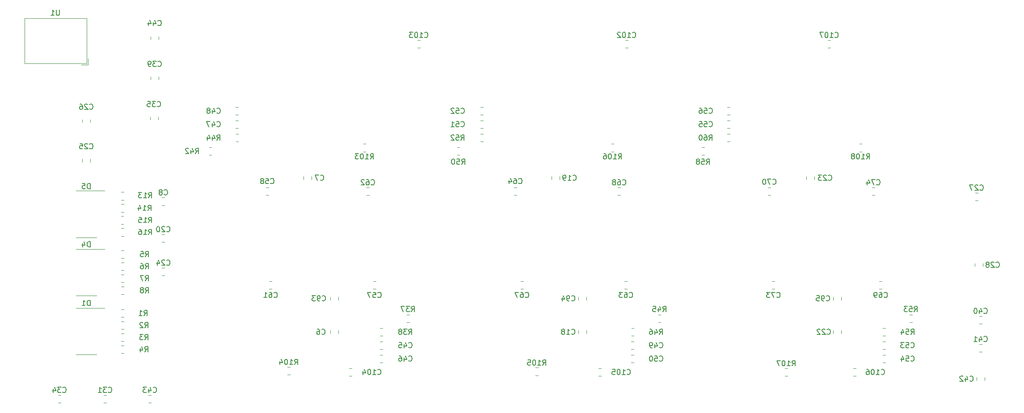
<source format=gbr>
%TF.GenerationSoftware,KiCad,Pcbnew,(6.0.1)*%
%TF.CreationDate,2023-04-20T11:25:51+03:00*%
%TF.ProjectId,Adapter,41646170-7465-4722-9e6b-696361645f70,rev?*%
%TF.SameCoordinates,Original*%
%TF.FileFunction,Legend,Bot*%
%TF.FilePolarity,Positive*%
%FSLAX46Y46*%
G04 Gerber Fmt 4.6, Leading zero omitted, Abs format (unit mm)*
G04 Created by KiCad (PCBNEW (6.0.1)) date 2023-04-20 11:25:51*
%MOMM*%
%LPD*%
G01*
G04 APERTURE LIST*
%ADD10C,0.150000*%
%ADD11C,0.120000*%
G04 APERTURE END LIST*
D10*
%TO.C,C6*%
X97956666Y-109577142D02*
X98004285Y-109624761D01*
X98147142Y-109672380D01*
X98242380Y-109672380D01*
X98385238Y-109624761D01*
X98480476Y-109529523D01*
X98528095Y-109434285D01*
X98575714Y-109243809D01*
X98575714Y-109100952D01*
X98528095Y-108910476D01*
X98480476Y-108815238D01*
X98385238Y-108720000D01*
X98242380Y-108672380D01*
X98147142Y-108672380D01*
X98004285Y-108720000D01*
X97956666Y-108767619D01*
X97099523Y-108672380D02*
X97290000Y-108672380D01*
X97385238Y-108720000D01*
X97432857Y-108767619D01*
X97528095Y-108910476D01*
X97575714Y-109100952D01*
X97575714Y-109481904D01*
X97528095Y-109577142D01*
X97480476Y-109624761D01*
X97385238Y-109672380D01*
X97194761Y-109672380D01*
X97099523Y-109624761D01*
X97051904Y-109577142D01*
X97004285Y-109481904D01*
X97004285Y-109243809D01*
X97051904Y-109148571D01*
X97099523Y-109100952D01*
X97194761Y-109053333D01*
X97385238Y-109053333D01*
X97480476Y-109100952D01*
X97528095Y-109148571D01*
X97575714Y-109243809D01*
%TO.C,R58*%
X170822857Y-77414380D02*
X171156190Y-76938190D01*
X171394285Y-77414380D02*
X171394285Y-76414380D01*
X171013333Y-76414380D01*
X170918095Y-76462000D01*
X170870476Y-76509619D01*
X170822857Y-76604857D01*
X170822857Y-76747714D01*
X170870476Y-76842952D01*
X170918095Y-76890571D01*
X171013333Y-76938190D01*
X171394285Y-76938190D01*
X169918095Y-76414380D02*
X170394285Y-76414380D01*
X170441904Y-76890571D01*
X170394285Y-76842952D01*
X170299047Y-76795333D01*
X170060952Y-76795333D01*
X169965714Y-76842952D01*
X169918095Y-76890571D01*
X169870476Y-76985809D01*
X169870476Y-77223904D01*
X169918095Y-77319142D01*
X169965714Y-77366761D01*
X170060952Y-77414380D01*
X170299047Y-77414380D01*
X170394285Y-77366761D01*
X170441904Y-77319142D01*
X169299047Y-76842952D02*
X169394285Y-76795333D01*
X169441904Y-76747714D01*
X169489523Y-76652476D01*
X169489523Y-76604857D01*
X169441904Y-76509619D01*
X169394285Y-76462000D01*
X169299047Y-76414380D01*
X169108571Y-76414380D01*
X169013333Y-76462000D01*
X168965714Y-76509619D01*
X168918095Y-76604857D01*
X168918095Y-76652476D01*
X168965714Y-76747714D01*
X169013333Y-76795333D01*
X169108571Y-76842952D01*
X169299047Y-76842952D01*
X169394285Y-76890571D01*
X169441904Y-76938190D01*
X169489523Y-77033428D01*
X169489523Y-77223904D01*
X169441904Y-77319142D01*
X169394285Y-77366761D01*
X169299047Y-77414380D01*
X169108571Y-77414380D01*
X169013333Y-77366761D01*
X168965714Y-77319142D01*
X168918095Y-77223904D01*
X168918095Y-77033428D01*
X168965714Y-76938190D01*
X169013333Y-76890571D01*
X169108571Y-76842952D01*
%TO.C,C94*%
X145295857Y-103227142D02*
X145343476Y-103274761D01*
X145486333Y-103322380D01*
X145581571Y-103322380D01*
X145724428Y-103274761D01*
X145819666Y-103179523D01*
X145867285Y-103084285D01*
X145914904Y-102893809D01*
X145914904Y-102750952D01*
X145867285Y-102560476D01*
X145819666Y-102465238D01*
X145724428Y-102370000D01*
X145581571Y-102322380D01*
X145486333Y-102322380D01*
X145343476Y-102370000D01*
X145295857Y-102417619D01*
X144819666Y-103322380D02*
X144629190Y-103322380D01*
X144533952Y-103274761D01*
X144486333Y-103227142D01*
X144391095Y-103084285D01*
X144343476Y-102893809D01*
X144343476Y-102512857D01*
X144391095Y-102417619D01*
X144438714Y-102370000D01*
X144533952Y-102322380D01*
X144724428Y-102322380D01*
X144819666Y-102370000D01*
X144867285Y-102417619D01*
X144914904Y-102512857D01*
X144914904Y-102750952D01*
X144867285Y-102846190D01*
X144819666Y-102893809D01*
X144724428Y-102941428D01*
X144533952Y-102941428D01*
X144438714Y-102893809D01*
X144391095Y-102846190D01*
X144343476Y-102750952D01*
X143486333Y-102655714D02*
X143486333Y-103322380D01*
X143724428Y-102274761D02*
X143962523Y-102989047D01*
X143343476Y-102989047D01*
%TO.C,R105*%
X139803047Y-115515380D02*
X140136380Y-115039190D01*
X140374476Y-115515380D02*
X140374476Y-114515380D01*
X139993523Y-114515380D01*
X139898285Y-114563000D01*
X139850666Y-114610619D01*
X139803047Y-114705857D01*
X139803047Y-114848714D01*
X139850666Y-114943952D01*
X139898285Y-114991571D01*
X139993523Y-115039190D01*
X140374476Y-115039190D01*
X138850666Y-115515380D02*
X139422095Y-115515380D01*
X139136380Y-115515380D02*
X139136380Y-114515380D01*
X139231619Y-114658238D01*
X139326857Y-114753476D01*
X139422095Y-114801095D01*
X138231619Y-114515380D02*
X138136380Y-114515380D01*
X138041142Y-114563000D01*
X137993523Y-114610619D01*
X137945904Y-114705857D01*
X137898285Y-114896333D01*
X137898285Y-115134428D01*
X137945904Y-115324904D01*
X137993523Y-115420142D01*
X138041142Y-115467761D01*
X138136380Y-115515380D01*
X138231619Y-115515380D01*
X138326857Y-115467761D01*
X138374476Y-115420142D01*
X138422095Y-115324904D01*
X138469714Y-115134428D01*
X138469714Y-114896333D01*
X138422095Y-114705857D01*
X138374476Y-114610619D01*
X138326857Y-114563000D01*
X138231619Y-114515380D01*
X136993523Y-114515380D02*
X137469714Y-114515380D01*
X137517333Y-114991571D01*
X137469714Y-114943952D01*
X137374476Y-114896333D01*
X137136380Y-114896333D01*
X137041142Y-114943952D01*
X136993523Y-114991571D01*
X136945904Y-115086809D01*
X136945904Y-115324904D01*
X136993523Y-115420142D01*
X137041142Y-115467761D01*
X137136380Y-115515380D01*
X137374476Y-115515380D01*
X137469714Y-115467761D01*
X137517333Y-115420142D01*
%TO.C,C107*%
X195175047Y-53287142D02*
X195222666Y-53334761D01*
X195365523Y-53382380D01*
X195460761Y-53382380D01*
X195603619Y-53334761D01*
X195698857Y-53239523D01*
X195746476Y-53144285D01*
X195794095Y-52953809D01*
X195794095Y-52810952D01*
X195746476Y-52620476D01*
X195698857Y-52525238D01*
X195603619Y-52430000D01*
X195460761Y-52382380D01*
X195365523Y-52382380D01*
X195222666Y-52430000D01*
X195175047Y-52477619D01*
X194222666Y-53382380D02*
X194794095Y-53382380D01*
X194508380Y-53382380D02*
X194508380Y-52382380D01*
X194603619Y-52525238D01*
X194698857Y-52620476D01*
X194794095Y-52668095D01*
X193603619Y-52382380D02*
X193508380Y-52382380D01*
X193413142Y-52430000D01*
X193365523Y-52477619D01*
X193317904Y-52572857D01*
X193270285Y-52763333D01*
X193270285Y-53001428D01*
X193317904Y-53191904D01*
X193365523Y-53287142D01*
X193413142Y-53334761D01*
X193508380Y-53382380D01*
X193603619Y-53382380D01*
X193698857Y-53334761D01*
X193746476Y-53287142D01*
X193794095Y-53191904D01*
X193841714Y-53001428D01*
X193841714Y-52763333D01*
X193794095Y-52572857D01*
X193746476Y-52477619D01*
X193698857Y-52430000D01*
X193603619Y-52382380D01*
X192936952Y-52382380D02*
X192270285Y-52382380D01*
X192698857Y-53382380D01*
%TO.C,C62*%
X107322857Y-81227142D02*
X107370476Y-81274761D01*
X107513333Y-81322380D01*
X107608571Y-81322380D01*
X107751428Y-81274761D01*
X107846666Y-81179523D01*
X107894285Y-81084285D01*
X107941904Y-80893809D01*
X107941904Y-80750952D01*
X107894285Y-80560476D01*
X107846666Y-80465238D01*
X107751428Y-80370000D01*
X107608571Y-80322380D01*
X107513333Y-80322380D01*
X107370476Y-80370000D01*
X107322857Y-80417619D01*
X106465714Y-80322380D02*
X106656190Y-80322380D01*
X106751428Y-80370000D01*
X106799047Y-80417619D01*
X106894285Y-80560476D01*
X106941904Y-80750952D01*
X106941904Y-81131904D01*
X106894285Y-81227142D01*
X106846666Y-81274761D01*
X106751428Y-81322380D01*
X106560952Y-81322380D01*
X106465714Y-81274761D01*
X106418095Y-81227142D01*
X106370476Y-81131904D01*
X106370476Y-80893809D01*
X106418095Y-80798571D01*
X106465714Y-80750952D01*
X106560952Y-80703333D01*
X106751428Y-80703333D01*
X106846666Y-80750952D01*
X106894285Y-80798571D01*
X106941904Y-80893809D01*
X105989523Y-80417619D02*
X105941904Y-80370000D01*
X105846666Y-80322380D01*
X105608571Y-80322380D01*
X105513333Y-80370000D01*
X105465714Y-80417619D01*
X105418095Y-80512857D01*
X105418095Y-80608095D01*
X105465714Y-80750952D01*
X106037142Y-81322380D01*
X105418095Y-81322380D01*
%TO.C,C23*%
X193936857Y-80367142D02*
X193984476Y-80414761D01*
X194127333Y-80462380D01*
X194222571Y-80462380D01*
X194365428Y-80414761D01*
X194460666Y-80319523D01*
X194508285Y-80224285D01*
X194555904Y-80033809D01*
X194555904Y-79890952D01*
X194508285Y-79700476D01*
X194460666Y-79605238D01*
X194365428Y-79510000D01*
X194222571Y-79462380D01*
X194127333Y-79462380D01*
X193984476Y-79510000D01*
X193936857Y-79557619D01*
X193555904Y-79557619D02*
X193508285Y-79510000D01*
X193413047Y-79462380D01*
X193174952Y-79462380D01*
X193079714Y-79510000D01*
X193032095Y-79557619D01*
X192984476Y-79652857D01*
X192984476Y-79748095D01*
X193032095Y-79890952D01*
X193603523Y-80462380D01*
X192984476Y-80462380D01*
X192651142Y-79462380D02*
X192032095Y-79462380D01*
X192365428Y-79843333D01*
X192222571Y-79843333D01*
X192127333Y-79890952D01*
X192079714Y-79938571D01*
X192032095Y-80033809D01*
X192032095Y-80271904D01*
X192079714Y-80367142D01*
X192127333Y-80414761D01*
X192222571Y-80462380D01*
X192508285Y-80462380D01*
X192603523Y-80414761D01*
X192651142Y-80367142D01*
%TO.C,R13*%
X65158857Y-83764380D02*
X65492190Y-83288190D01*
X65730285Y-83764380D02*
X65730285Y-82764380D01*
X65349333Y-82764380D01*
X65254095Y-82812000D01*
X65206476Y-82859619D01*
X65158857Y-82954857D01*
X65158857Y-83097714D01*
X65206476Y-83192952D01*
X65254095Y-83240571D01*
X65349333Y-83288190D01*
X65730285Y-83288190D01*
X64206476Y-83764380D02*
X64777904Y-83764380D01*
X64492190Y-83764380D02*
X64492190Y-82764380D01*
X64587428Y-82907238D01*
X64682666Y-83002476D01*
X64777904Y-83050095D01*
X63873142Y-82764380D02*
X63254095Y-82764380D01*
X63587428Y-83145333D01*
X63444571Y-83145333D01*
X63349333Y-83192952D01*
X63301714Y-83240571D01*
X63254095Y-83335809D01*
X63254095Y-83573904D01*
X63301714Y-83669142D01*
X63349333Y-83716761D01*
X63444571Y-83764380D01*
X63730285Y-83764380D01*
X63825523Y-83716761D01*
X63873142Y-83669142D01*
%TO.C,R37*%
X114942857Y-105354380D02*
X115276190Y-104878190D01*
X115514285Y-105354380D02*
X115514285Y-104354380D01*
X115133333Y-104354380D01*
X115038095Y-104402000D01*
X114990476Y-104449619D01*
X114942857Y-104544857D01*
X114942857Y-104687714D01*
X114990476Y-104782952D01*
X115038095Y-104830571D01*
X115133333Y-104878190D01*
X115514285Y-104878190D01*
X114609523Y-104354380D02*
X113990476Y-104354380D01*
X114323809Y-104735333D01*
X114180952Y-104735333D01*
X114085714Y-104782952D01*
X114038095Y-104830571D01*
X113990476Y-104925809D01*
X113990476Y-105163904D01*
X114038095Y-105259142D01*
X114085714Y-105306761D01*
X114180952Y-105354380D01*
X114466666Y-105354380D01*
X114561904Y-105306761D01*
X114609523Y-105259142D01*
X113657142Y-104354380D02*
X112990476Y-104354380D01*
X113419047Y-105354380D01*
%TO.C,C49*%
X161932857Y-112117142D02*
X161980476Y-112164761D01*
X162123333Y-112212380D01*
X162218571Y-112212380D01*
X162361428Y-112164761D01*
X162456666Y-112069523D01*
X162504285Y-111974285D01*
X162551904Y-111783809D01*
X162551904Y-111640952D01*
X162504285Y-111450476D01*
X162456666Y-111355238D01*
X162361428Y-111260000D01*
X162218571Y-111212380D01*
X162123333Y-111212380D01*
X161980476Y-111260000D01*
X161932857Y-111307619D01*
X161075714Y-111545714D02*
X161075714Y-112212380D01*
X161313809Y-111164761D02*
X161551904Y-111879047D01*
X160932857Y-111879047D01*
X160504285Y-112212380D02*
X160313809Y-112212380D01*
X160218571Y-112164761D01*
X160170952Y-112117142D01*
X160075714Y-111974285D01*
X160028095Y-111783809D01*
X160028095Y-111402857D01*
X160075714Y-111307619D01*
X160123333Y-111260000D01*
X160218571Y-111212380D01*
X160409047Y-111212380D01*
X160504285Y-111260000D01*
X160551904Y-111307619D01*
X160599523Y-111402857D01*
X160599523Y-111640952D01*
X160551904Y-111736190D01*
X160504285Y-111783809D01*
X160409047Y-111831428D01*
X160218571Y-111831428D01*
X160123333Y-111783809D01*
X160075714Y-111736190D01*
X160028095Y-111640952D01*
%TO.C,C67*%
X136532857Y-102592142D02*
X136580476Y-102639761D01*
X136723333Y-102687380D01*
X136818571Y-102687380D01*
X136961428Y-102639761D01*
X137056666Y-102544523D01*
X137104285Y-102449285D01*
X137151904Y-102258809D01*
X137151904Y-102115952D01*
X137104285Y-101925476D01*
X137056666Y-101830238D01*
X136961428Y-101735000D01*
X136818571Y-101687380D01*
X136723333Y-101687380D01*
X136580476Y-101735000D01*
X136532857Y-101782619D01*
X135675714Y-101687380D02*
X135866190Y-101687380D01*
X135961428Y-101735000D01*
X136009047Y-101782619D01*
X136104285Y-101925476D01*
X136151904Y-102115952D01*
X136151904Y-102496904D01*
X136104285Y-102592142D01*
X136056666Y-102639761D01*
X135961428Y-102687380D01*
X135770952Y-102687380D01*
X135675714Y-102639761D01*
X135628095Y-102592142D01*
X135580476Y-102496904D01*
X135580476Y-102258809D01*
X135628095Y-102163571D01*
X135675714Y-102115952D01*
X135770952Y-102068333D01*
X135961428Y-102068333D01*
X136056666Y-102115952D01*
X136104285Y-102163571D01*
X136151904Y-102258809D01*
X135247142Y-101687380D02*
X134580476Y-101687380D01*
X135009047Y-102687380D01*
%TO.C,R45*%
X162567857Y-105354380D02*
X162901190Y-104878190D01*
X163139285Y-105354380D02*
X163139285Y-104354380D01*
X162758333Y-104354380D01*
X162663095Y-104402000D01*
X162615476Y-104449619D01*
X162567857Y-104544857D01*
X162567857Y-104687714D01*
X162615476Y-104782952D01*
X162663095Y-104830571D01*
X162758333Y-104878190D01*
X163139285Y-104878190D01*
X161710714Y-104687714D02*
X161710714Y-105354380D01*
X161948809Y-104306761D02*
X162186904Y-105021047D01*
X161567857Y-105021047D01*
X160710714Y-104354380D02*
X161186904Y-104354380D01*
X161234523Y-104830571D01*
X161186904Y-104782952D01*
X161091666Y-104735333D01*
X160853571Y-104735333D01*
X160758333Y-104782952D01*
X160710714Y-104830571D01*
X160663095Y-104925809D01*
X160663095Y-105163904D01*
X160710714Y-105259142D01*
X160758333Y-105306761D01*
X160853571Y-105354380D01*
X161091666Y-105354380D01*
X161186904Y-105306761D01*
X161234523Y-105259142D01*
%TO.C,C93*%
X98051857Y-103227142D02*
X98099476Y-103274761D01*
X98242333Y-103322380D01*
X98337571Y-103322380D01*
X98480428Y-103274761D01*
X98575666Y-103179523D01*
X98623285Y-103084285D01*
X98670904Y-102893809D01*
X98670904Y-102750952D01*
X98623285Y-102560476D01*
X98575666Y-102465238D01*
X98480428Y-102370000D01*
X98337571Y-102322380D01*
X98242333Y-102322380D01*
X98099476Y-102370000D01*
X98051857Y-102417619D01*
X97575666Y-103322380D02*
X97385190Y-103322380D01*
X97289952Y-103274761D01*
X97242333Y-103227142D01*
X97147095Y-103084285D01*
X97099476Y-102893809D01*
X97099476Y-102512857D01*
X97147095Y-102417619D01*
X97194714Y-102370000D01*
X97289952Y-102322380D01*
X97480428Y-102322380D01*
X97575666Y-102370000D01*
X97623285Y-102417619D01*
X97670904Y-102512857D01*
X97670904Y-102750952D01*
X97623285Y-102846190D01*
X97575666Y-102893809D01*
X97480428Y-102941428D01*
X97289952Y-102941428D01*
X97194714Y-102893809D01*
X97147095Y-102846190D01*
X97099476Y-102750952D01*
X96766142Y-102322380D02*
X96147095Y-102322380D01*
X96480428Y-102703333D01*
X96337571Y-102703333D01*
X96242333Y-102750952D01*
X96194714Y-102798571D01*
X96147095Y-102893809D01*
X96147095Y-103131904D01*
X96194714Y-103227142D01*
X96242333Y-103274761D01*
X96337571Y-103322380D01*
X96623285Y-103322380D01*
X96718523Y-103274761D01*
X96766142Y-103227142D01*
%TO.C,R15*%
X65158857Y-88463380D02*
X65492190Y-87987190D01*
X65730285Y-88463380D02*
X65730285Y-87463380D01*
X65349333Y-87463380D01*
X65254095Y-87511000D01*
X65206476Y-87558619D01*
X65158857Y-87653857D01*
X65158857Y-87796714D01*
X65206476Y-87891952D01*
X65254095Y-87939571D01*
X65349333Y-87987190D01*
X65730285Y-87987190D01*
X64206476Y-88463380D02*
X64777904Y-88463380D01*
X64492190Y-88463380D02*
X64492190Y-87463380D01*
X64587428Y-87606238D01*
X64682666Y-87701476D01*
X64777904Y-87749095D01*
X63301714Y-87463380D02*
X63777904Y-87463380D01*
X63825523Y-87939571D01*
X63777904Y-87891952D01*
X63682666Y-87844333D01*
X63444571Y-87844333D01*
X63349333Y-87891952D01*
X63301714Y-87939571D01*
X63254095Y-88034809D01*
X63254095Y-88272904D01*
X63301714Y-88368142D01*
X63349333Y-88415761D01*
X63444571Y-88463380D01*
X63682666Y-88463380D01*
X63777904Y-88415761D01*
X63825523Y-88368142D01*
%TO.C,C24*%
X68587857Y-96467142D02*
X68635476Y-96514761D01*
X68778333Y-96562380D01*
X68873571Y-96562380D01*
X69016428Y-96514761D01*
X69111666Y-96419523D01*
X69159285Y-96324285D01*
X69206904Y-96133809D01*
X69206904Y-95990952D01*
X69159285Y-95800476D01*
X69111666Y-95705238D01*
X69016428Y-95610000D01*
X68873571Y-95562380D01*
X68778333Y-95562380D01*
X68635476Y-95610000D01*
X68587857Y-95657619D01*
X68206904Y-95657619D02*
X68159285Y-95610000D01*
X68064047Y-95562380D01*
X67825952Y-95562380D01*
X67730714Y-95610000D01*
X67683095Y-95657619D01*
X67635476Y-95752857D01*
X67635476Y-95848095D01*
X67683095Y-95990952D01*
X68254523Y-96562380D01*
X67635476Y-96562380D01*
X66778333Y-95895714D02*
X66778333Y-96562380D01*
X67016428Y-95514761D02*
X67254523Y-96229047D01*
X66635476Y-96229047D01*
%TO.C,C56*%
X171330857Y-67667142D02*
X171378476Y-67714761D01*
X171521333Y-67762380D01*
X171616571Y-67762380D01*
X171759428Y-67714761D01*
X171854666Y-67619523D01*
X171902285Y-67524285D01*
X171949904Y-67333809D01*
X171949904Y-67190952D01*
X171902285Y-67000476D01*
X171854666Y-66905238D01*
X171759428Y-66810000D01*
X171616571Y-66762380D01*
X171521333Y-66762380D01*
X171378476Y-66810000D01*
X171330857Y-66857619D01*
X170426095Y-66762380D02*
X170902285Y-66762380D01*
X170949904Y-67238571D01*
X170902285Y-67190952D01*
X170807047Y-67143333D01*
X170568952Y-67143333D01*
X170473714Y-67190952D01*
X170426095Y-67238571D01*
X170378476Y-67333809D01*
X170378476Y-67571904D01*
X170426095Y-67667142D01*
X170473714Y-67714761D01*
X170568952Y-67762380D01*
X170807047Y-67762380D01*
X170902285Y-67714761D01*
X170949904Y-67667142D01*
X169521333Y-66762380D02*
X169711809Y-66762380D01*
X169807047Y-66810000D01*
X169854666Y-66857619D01*
X169949904Y-67000476D01*
X169997523Y-67190952D01*
X169997523Y-67571904D01*
X169949904Y-67667142D01*
X169902285Y-67714761D01*
X169807047Y-67762380D01*
X169616571Y-67762380D01*
X169521333Y-67714761D01*
X169473714Y-67667142D01*
X169426095Y-67571904D01*
X169426095Y-67333809D01*
X169473714Y-67238571D01*
X169521333Y-67190952D01*
X169616571Y-67143333D01*
X169807047Y-67143333D01*
X169902285Y-67190952D01*
X169949904Y-67238571D01*
X169997523Y-67333809D01*
%TO.C,C20*%
X68587857Y-90117142D02*
X68635476Y-90164761D01*
X68778333Y-90212380D01*
X68873571Y-90212380D01*
X69016428Y-90164761D01*
X69111666Y-90069523D01*
X69159285Y-89974285D01*
X69206904Y-89783809D01*
X69206904Y-89640952D01*
X69159285Y-89450476D01*
X69111666Y-89355238D01*
X69016428Y-89260000D01*
X68873571Y-89212380D01*
X68778333Y-89212380D01*
X68635476Y-89260000D01*
X68587857Y-89307619D01*
X68206904Y-89307619D02*
X68159285Y-89260000D01*
X68064047Y-89212380D01*
X67825952Y-89212380D01*
X67730714Y-89260000D01*
X67683095Y-89307619D01*
X67635476Y-89402857D01*
X67635476Y-89498095D01*
X67683095Y-89640952D01*
X68254523Y-90212380D01*
X67635476Y-90212380D01*
X67016428Y-89212380D02*
X66921190Y-89212380D01*
X66825952Y-89260000D01*
X66778333Y-89307619D01*
X66730714Y-89402857D01*
X66683095Y-89593333D01*
X66683095Y-89831428D01*
X66730714Y-90021904D01*
X66778333Y-90117142D01*
X66825952Y-90164761D01*
X66921190Y-90212380D01*
X67016428Y-90212380D01*
X67111666Y-90164761D01*
X67159285Y-90117142D01*
X67206904Y-90021904D01*
X67254523Y-89831428D01*
X67254523Y-89593333D01*
X67206904Y-89402857D01*
X67159285Y-89307619D01*
X67111666Y-89260000D01*
X67016428Y-89212380D01*
%TO.C,D4*%
X54078095Y-93089380D02*
X54078095Y-92089380D01*
X53840000Y-92089380D01*
X53697142Y-92137000D01*
X53601904Y-92232238D01*
X53554285Y-92327476D01*
X53506666Y-92517952D01*
X53506666Y-92660809D01*
X53554285Y-92851285D01*
X53601904Y-92946523D01*
X53697142Y-93041761D01*
X53840000Y-93089380D01*
X54078095Y-93089380D01*
X52649523Y-92422714D02*
X52649523Y-93089380D01*
X52887619Y-92041761D02*
X53125714Y-92756047D01*
X52506666Y-92756047D01*
%TO.C,C46*%
X114434857Y-114657142D02*
X114482476Y-114704761D01*
X114625333Y-114752380D01*
X114720571Y-114752380D01*
X114863428Y-114704761D01*
X114958666Y-114609523D01*
X115006285Y-114514285D01*
X115053904Y-114323809D01*
X115053904Y-114180952D01*
X115006285Y-113990476D01*
X114958666Y-113895238D01*
X114863428Y-113800000D01*
X114720571Y-113752380D01*
X114625333Y-113752380D01*
X114482476Y-113800000D01*
X114434857Y-113847619D01*
X113577714Y-114085714D02*
X113577714Y-114752380D01*
X113815809Y-113704761D02*
X114053904Y-114419047D01*
X113434857Y-114419047D01*
X112625333Y-113752380D02*
X112815809Y-113752380D01*
X112911047Y-113800000D01*
X112958666Y-113847619D01*
X113053904Y-113990476D01*
X113101523Y-114180952D01*
X113101523Y-114561904D01*
X113053904Y-114657142D01*
X113006285Y-114704761D01*
X112911047Y-114752380D01*
X112720571Y-114752380D01*
X112625333Y-114704761D01*
X112577714Y-114657142D01*
X112530095Y-114561904D01*
X112530095Y-114323809D01*
X112577714Y-114228571D01*
X112625333Y-114180952D01*
X112720571Y-114133333D01*
X112911047Y-114133333D01*
X113006285Y-114180952D01*
X113053904Y-114228571D01*
X113101523Y-114323809D01*
%TO.C,C28*%
X225686857Y-96857142D02*
X225734476Y-96904761D01*
X225877333Y-96952380D01*
X225972571Y-96952380D01*
X226115428Y-96904761D01*
X226210666Y-96809523D01*
X226258285Y-96714285D01*
X226305904Y-96523809D01*
X226305904Y-96380952D01*
X226258285Y-96190476D01*
X226210666Y-96095238D01*
X226115428Y-96000000D01*
X225972571Y-95952380D01*
X225877333Y-95952380D01*
X225734476Y-96000000D01*
X225686857Y-96047619D01*
X225305904Y-96047619D02*
X225258285Y-96000000D01*
X225163047Y-95952380D01*
X224924952Y-95952380D01*
X224829714Y-96000000D01*
X224782095Y-96047619D01*
X224734476Y-96142857D01*
X224734476Y-96238095D01*
X224782095Y-96380952D01*
X225353523Y-96952380D01*
X224734476Y-96952380D01*
X224163047Y-96380952D02*
X224258285Y-96333333D01*
X224305904Y-96285714D01*
X224353523Y-96190476D01*
X224353523Y-96142857D01*
X224305904Y-96047619D01*
X224258285Y-96000000D01*
X224163047Y-95952380D01*
X223972571Y-95952380D01*
X223877333Y-96000000D01*
X223829714Y-96047619D01*
X223782095Y-96142857D01*
X223782095Y-96190476D01*
X223829714Y-96285714D01*
X223877333Y-96333333D01*
X223972571Y-96380952D01*
X224163047Y-96380952D01*
X224258285Y-96428571D01*
X224305904Y-96476190D01*
X224353523Y-96571428D01*
X224353523Y-96761904D01*
X224305904Y-96857142D01*
X224258285Y-96904761D01*
X224163047Y-96952380D01*
X223972571Y-96952380D01*
X223877333Y-96904761D01*
X223829714Y-96857142D01*
X223782095Y-96761904D01*
X223782095Y-96571428D01*
X223829714Y-96476190D01*
X223877333Y-96428571D01*
X223972571Y-96380952D01*
%TO.C,C73*%
X184157857Y-102592142D02*
X184205476Y-102639761D01*
X184348333Y-102687380D01*
X184443571Y-102687380D01*
X184586428Y-102639761D01*
X184681666Y-102544523D01*
X184729285Y-102449285D01*
X184776904Y-102258809D01*
X184776904Y-102115952D01*
X184729285Y-101925476D01*
X184681666Y-101830238D01*
X184586428Y-101735000D01*
X184443571Y-101687380D01*
X184348333Y-101687380D01*
X184205476Y-101735000D01*
X184157857Y-101782619D01*
X183824523Y-101687380D02*
X183157857Y-101687380D01*
X183586428Y-102687380D01*
X182872142Y-101687380D02*
X182253095Y-101687380D01*
X182586428Y-102068333D01*
X182443571Y-102068333D01*
X182348333Y-102115952D01*
X182300714Y-102163571D01*
X182253095Y-102258809D01*
X182253095Y-102496904D01*
X182300714Y-102592142D01*
X182348333Y-102639761D01*
X182443571Y-102687380D01*
X182729285Y-102687380D01*
X182824523Y-102639761D01*
X182872142Y-102592142D01*
%TO.C,R44*%
X78112857Y-72842380D02*
X78446190Y-72366190D01*
X78684285Y-72842380D02*
X78684285Y-71842380D01*
X78303333Y-71842380D01*
X78208095Y-71890000D01*
X78160476Y-71937619D01*
X78112857Y-72032857D01*
X78112857Y-72175714D01*
X78160476Y-72270952D01*
X78208095Y-72318571D01*
X78303333Y-72366190D01*
X78684285Y-72366190D01*
X77255714Y-72175714D02*
X77255714Y-72842380D01*
X77493809Y-71794761D02*
X77731904Y-72509047D01*
X77112857Y-72509047D01*
X76303333Y-72175714D02*
X76303333Y-72842380D01*
X76541428Y-71794761D02*
X76779523Y-72509047D01*
X76160476Y-72509047D01*
%TO.C,C57*%
X108592857Y-102592142D02*
X108640476Y-102639761D01*
X108783333Y-102687380D01*
X108878571Y-102687380D01*
X109021428Y-102639761D01*
X109116666Y-102544523D01*
X109164285Y-102449285D01*
X109211904Y-102258809D01*
X109211904Y-102115952D01*
X109164285Y-101925476D01*
X109116666Y-101830238D01*
X109021428Y-101735000D01*
X108878571Y-101687380D01*
X108783333Y-101687380D01*
X108640476Y-101735000D01*
X108592857Y-101782619D01*
X107688095Y-101687380D02*
X108164285Y-101687380D01*
X108211904Y-102163571D01*
X108164285Y-102115952D01*
X108069047Y-102068333D01*
X107830952Y-102068333D01*
X107735714Y-102115952D01*
X107688095Y-102163571D01*
X107640476Y-102258809D01*
X107640476Y-102496904D01*
X107688095Y-102592142D01*
X107735714Y-102639761D01*
X107830952Y-102687380D01*
X108069047Y-102687380D01*
X108164285Y-102639761D01*
X108211904Y-102592142D01*
X107307142Y-101687380D02*
X106640476Y-101687380D01*
X107069047Y-102687380D01*
%TO.C,R4*%
X64428666Y-112974380D02*
X64762000Y-112498190D01*
X65000095Y-112974380D02*
X65000095Y-111974380D01*
X64619142Y-111974380D01*
X64523904Y-112022000D01*
X64476285Y-112069619D01*
X64428666Y-112164857D01*
X64428666Y-112307714D01*
X64476285Y-112402952D01*
X64523904Y-112450571D01*
X64619142Y-112498190D01*
X65000095Y-112498190D01*
X63571523Y-112307714D02*
X63571523Y-112974380D01*
X63809619Y-111926761D02*
X64047714Y-112641047D01*
X63428666Y-112641047D01*
%TO.C,R46*%
X161932857Y-109672380D02*
X162266190Y-109196190D01*
X162504285Y-109672380D02*
X162504285Y-108672380D01*
X162123333Y-108672380D01*
X162028095Y-108720000D01*
X161980476Y-108767619D01*
X161932857Y-108862857D01*
X161932857Y-109005714D01*
X161980476Y-109100952D01*
X162028095Y-109148571D01*
X162123333Y-109196190D01*
X162504285Y-109196190D01*
X161075714Y-109005714D02*
X161075714Y-109672380D01*
X161313809Y-108624761D02*
X161551904Y-109339047D01*
X160932857Y-109339047D01*
X160123333Y-108672380D02*
X160313809Y-108672380D01*
X160409047Y-108720000D01*
X160456666Y-108767619D01*
X160551904Y-108910476D01*
X160599523Y-109100952D01*
X160599523Y-109481904D01*
X160551904Y-109577142D01*
X160504285Y-109624761D01*
X160409047Y-109672380D01*
X160218571Y-109672380D01*
X160123333Y-109624761D01*
X160075714Y-109577142D01*
X160028095Y-109481904D01*
X160028095Y-109243809D01*
X160075714Y-109148571D01*
X160123333Y-109100952D01*
X160218571Y-109053333D01*
X160409047Y-109053333D01*
X160504285Y-109100952D01*
X160551904Y-109148571D01*
X160599523Y-109243809D01*
%TO.C,C35*%
X66809857Y-66397142D02*
X66857476Y-66444761D01*
X67000333Y-66492380D01*
X67095571Y-66492380D01*
X67238428Y-66444761D01*
X67333666Y-66349523D01*
X67381285Y-66254285D01*
X67428904Y-66063809D01*
X67428904Y-65920952D01*
X67381285Y-65730476D01*
X67333666Y-65635238D01*
X67238428Y-65540000D01*
X67095571Y-65492380D01*
X67000333Y-65492380D01*
X66857476Y-65540000D01*
X66809857Y-65587619D01*
X66476523Y-65492380D02*
X65857476Y-65492380D01*
X66190809Y-65873333D01*
X66047952Y-65873333D01*
X65952714Y-65920952D01*
X65905095Y-65968571D01*
X65857476Y-66063809D01*
X65857476Y-66301904D01*
X65905095Y-66397142D01*
X65952714Y-66444761D01*
X66047952Y-66492380D01*
X66333666Y-66492380D01*
X66428904Y-66444761D01*
X66476523Y-66397142D01*
X64952714Y-65492380D02*
X65428904Y-65492380D01*
X65476523Y-65968571D01*
X65428904Y-65920952D01*
X65333666Y-65873333D01*
X65095571Y-65873333D01*
X65000333Y-65920952D01*
X64952714Y-65968571D01*
X64905095Y-66063809D01*
X64905095Y-66301904D01*
X64952714Y-66397142D01*
X65000333Y-66444761D01*
X65095571Y-66492380D01*
X65333666Y-66492380D01*
X65428904Y-66444761D01*
X65476523Y-66397142D01*
%TO.C,C40*%
X223400857Y-105611142D02*
X223448476Y-105658761D01*
X223591333Y-105706380D01*
X223686571Y-105706380D01*
X223829428Y-105658761D01*
X223924666Y-105563523D01*
X223972285Y-105468285D01*
X224019904Y-105277809D01*
X224019904Y-105134952D01*
X223972285Y-104944476D01*
X223924666Y-104849238D01*
X223829428Y-104754000D01*
X223686571Y-104706380D01*
X223591333Y-104706380D01*
X223448476Y-104754000D01*
X223400857Y-104801619D01*
X222543714Y-105039714D02*
X222543714Y-105706380D01*
X222781809Y-104658761D02*
X223019904Y-105373047D01*
X222400857Y-105373047D01*
X221829428Y-104706380D02*
X221734190Y-104706380D01*
X221638952Y-104754000D01*
X221591333Y-104801619D01*
X221543714Y-104896857D01*
X221496095Y-105087333D01*
X221496095Y-105325428D01*
X221543714Y-105515904D01*
X221591333Y-105611142D01*
X221638952Y-105658761D01*
X221734190Y-105706380D01*
X221829428Y-105706380D01*
X221924666Y-105658761D01*
X221972285Y-105611142D01*
X222019904Y-105515904D01*
X222067523Y-105325428D01*
X222067523Y-105087333D01*
X222019904Y-104896857D01*
X221972285Y-104801619D01*
X221924666Y-104754000D01*
X221829428Y-104706380D01*
%TO.C,R108*%
X201144047Y-76397380D02*
X201477380Y-75921190D01*
X201715476Y-76397380D02*
X201715476Y-75397380D01*
X201334523Y-75397380D01*
X201239285Y-75445000D01*
X201191666Y-75492619D01*
X201144047Y-75587857D01*
X201144047Y-75730714D01*
X201191666Y-75825952D01*
X201239285Y-75873571D01*
X201334523Y-75921190D01*
X201715476Y-75921190D01*
X200191666Y-76397380D02*
X200763095Y-76397380D01*
X200477380Y-76397380D02*
X200477380Y-75397380D01*
X200572619Y-75540238D01*
X200667857Y-75635476D01*
X200763095Y-75683095D01*
X199572619Y-75397380D02*
X199477380Y-75397380D01*
X199382142Y-75445000D01*
X199334523Y-75492619D01*
X199286904Y-75587857D01*
X199239285Y-75778333D01*
X199239285Y-76016428D01*
X199286904Y-76206904D01*
X199334523Y-76302142D01*
X199382142Y-76349761D01*
X199477380Y-76397380D01*
X199572619Y-76397380D01*
X199667857Y-76349761D01*
X199715476Y-76302142D01*
X199763095Y-76206904D01*
X199810714Y-76016428D01*
X199810714Y-75778333D01*
X199763095Y-75587857D01*
X199715476Y-75492619D01*
X199667857Y-75445000D01*
X199572619Y-75397380D01*
X198667857Y-75825952D02*
X198763095Y-75778333D01*
X198810714Y-75730714D01*
X198858333Y-75635476D01*
X198858333Y-75587857D01*
X198810714Y-75492619D01*
X198763095Y-75445000D01*
X198667857Y-75397380D01*
X198477380Y-75397380D01*
X198382142Y-75445000D01*
X198334523Y-75492619D01*
X198286904Y-75587857D01*
X198286904Y-75635476D01*
X198334523Y-75730714D01*
X198382142Y-75778333D01*
X198477380Y-75825952D01*
X198667857Y-75825952D01*
X198763095Y-75873571D01*
X198810714Y-75921190D01*
X198858333Y-76016428D01*
X198858333Y-76206904D01*
X198810714Y-76302142D01*
X198763095Y-76349761D01*
X198667857Y-76397380D01*
X198477380Y-76397380D01*
X198382142Y-76349761D01*
X198334523Y-76302142D01*
X198286904Y-76206904D01*
X198286904Y-76016428D01*
X198334523Y-75921190D01*
X198382142Y-75873571D01*
X198477380Y-75825952D01*
%TO.C,C54*%
X209557857Y-114657142D02*
X209605476Y-114704761D01*
X209748333Y-114752380D01*
X209843571Y-114752380D01*
X209986428Y-114704761D01*
X210081666Y-114609523D01*
X210129285Y-114514285D01*
X210176904Y-114323809D01*
X210176904Y-114180952D01*
X210129285Y-113990476D01*
X210081666Y-113895238D01*
X209986428Y-113800000D01*
X209843571Y-113752380D01*
X209748333Y-113752380D01*
X209605476Y-113800000D01*
X209557857Y-113847619D01*
X208653095Y-113752380D02*
X209129285Y-113752380D01*
X209176904Y-114228571D01*
X209129285Y-114180952D01*
X209034047Y-114133333D01*
X208795952Y-114133333D01*
X208700714Y-114180952D01*
X208653095Y-114228571D01*
X208605476Y-114323809D01*
X208605476Y-114561904D01*
X208653095Y-114657142D01*
X208700714Y-114704761D01*
X208795952Y-114752380D01*
X209034047Y-114752380D01*
X209129285Y-114704761D01*
X209176904Y-114657142D01*
X207748333Y-114085714D02*
X207748333Y-114752380D01*
X207986428Y-113704761D02*
X208224523Y-114419047D01*
X207605476Y-114419047D01*
%TO.C,C53*%
X209557857Y-112117142D02*
X209605476Y-112164761D01*
X209748333Y-112212380D01*
X209843571Y-112212380D01*
X209986428Y-112164761D01*
X210081666Y-112069523D01*
X210129285Y-111974285D01*
X210176904Y-111783809D01*
X210176904Y-111640952D01*
X210129285Y-111450476D01*
X210081666Y-111355238D01*
X209986428Y-111260000D01*
X209843571Y-111212380D01*
X209748333Y-111212380D01*
X209605476Y-111260000D01*
X209557857Y-111307619D01*
X208653095Y-111212380D02*
X209129285Y-111212380D01*
X209176904Y-111688571D01*
X209129285Y-111640952D01*
X209034047Y-111593333D01*
X208795952Y-111593333D01*
X208700714Y-111640952D01*
X208653095Y-111688571D01*
X208605476Y-111783809D01*
X208605476Y-112021904D01*
X208653095Y-112117142D01*
X208700714Y-112164761D01*
X208795952Y-112212380D01*
X209034047Y-112212380D01*
X209129285Y-112164761D01*
X209176904Y-112117142D01*
X208272142Y-111212380D02*
X207653095Y-111212380D01*
X207986428Y-111593333D01*
X207843571Y-111593333D01*
X207748333Y-111640952D01*
X207700714Y-111688571D01*
X207653095Y-111783809D01*
X207653095Y-112021904D01*
X207700714Y-112117142D01*
X207748333Y-112164761D01*
X207843571Y-112212380D01*
X208129285Y-112212380D01*
X208224523Y-112164761D01*
X208272142Y-112117142D01*
%TO.C,C52*%
X124340857Y-67667142D02*
X124388476Y-67714761D01*
X124531333Y-67762380D01*
X124626571Y-67762380D01*
X124769428Y-67714761D01*
X124864666Y-67619523D01*
X124912285Y-67524285D01*
X124959904Y-67333809D01*
X124959904Y-67190952D01*
X124912285Y-67000476D01*
X124864666Y-66905238D01*
X124769428Y-66810000D01*
X124626571Y-66762380D01*
X124531333Y-66762380D01*
X124388476Y-66810000D01*
X124340857Y-66857619D01*
X123436095Y-66762380D02*
X123912285Y-66762380D01*
X123959904Y-67238571D01*
X123912285Y-67190952D01*
X123817047Y-67143333D01*
X123578952Y-67143333D01*
X123483714Y-67190952D01*
X123436095Y-67238571D01*
X123388476Y-67333809D01*
X123388476Y-67571904D01*
X123436095Y-67667142D01*
X123483714Y-67714761D01*
X123578952Y-67762380D01*
X123817047Y-67762380D01*
X123912285Y-67714761D01*
X123959904Y-67667142D01*
X123007523Y-66857619D02*
X122959904Y-66810000D01*
X122864666Y-66762380D01*
X122626571Y-66762380D01*
X122531333Y-66810000D01*
X122483714Y-66857619D01*
X122436095Y-66952857D01*
X122436095Y-67048095D01*
X122483714Y-67190952D01*
X123055142Y-67762380D01*
X122436095Y-67762380D01*
%TO.C,R107*%
X187047047Y-115642380D02*
X187380380Y-115166190D01*
X187618476Y-115642380D02*
X187618476Y-114642380D01*
X187237523Y-114642380D01*
X187142285Y-114690000D01*
X187094666Y-114737619D01*
X187047047Y-114832857D01*
X187047047Y-114975714D01*
X187094666Y-115070952D01*
X187142285Y-115118571D01*
X187237523Y-115166190D01*
X187618476Y-115166190D01*
X186094666Y-115642380D02*
X186666095Y-115642380D01*
X186380380Y-115642380D02*
X186380380Y-114642380D01*
X186475619Y-114785238D01*
X186570857Y-114880476D01*
X186666095Y-114928095D01*
X185475619Y-114642380D02*
X185380380Y-114642380D01*
X185285142Y-114690000D01*
X185237523Y-114737619D01*
X185189904Y-114832857D01*
X185142285Y-115023333D01*
X185142285Y-115261428D01*
X185189904Y-115451904D01*
X185237523Y-115547142D01*
X185285142Y-115594761D01*
X185380380Y-115642380D01*
X185475619Y-115642380D01*
X185570857Y-115594761D01*
X185618476Y-115547142D01*
X185666095Y-115451904D01*
X185713714Y-115261428D01*
X185713714Y-115023333D01*
X185666095Y-114832857D01*
X185618476Y-114737619D01*
X185570857Y-114690000D01*
X185475619Y-114642380D01*
X184808952Y-114642380D02*
X184142285Y-114642380D01*
X184570857Y-115642380D01*
%TO.C,R42*%
X74048857Y-75382380D02*
X74382190Y-74906190D01*
X74620285Y-75382380D02*
X74620285Y-74382380D01*
X74239333Y-74382380D01*
X74144095Y-74430000D01*
X74096476Y-74477619D01*
X74048857Y-74572857D01*
X74048857Y-74715714D01*
X74096476Y-74810952D01*
X74144095Y-74858571D01*
X74239333Y-74906190D01*
X74620285Y-74906190D01*
X73191714Y-74715714D02*
X73191714Y-75382380D01*
X73429809Y-74334761D02*
X73667904Y-75049047D01*
X73048857Y-75049047D01*
X72715523Y-74477619D02*
X72667904Y-74430000D01*
X72572666Y-74382380D01*
X72334571Y-74382380D01*
X72239333Y-74430000D01*
X72191714Y-74477619D01*
X72144095Y-74572857D01*
X72144095Y-74668095D01*
X72191714Y-74810952D01*
X72763142Y-75382380D01*
X72144095Y-75382380D01*
%TO.C,C55*%
X171330857Y-70207142D02*
X171378476Y-70254761D01*
X171521333Y-70302380D01*
X171616571Y-70302380D01*
X171759428Y-70254761D01*
X171854666Y-70159523D01*
X171902285Y-70064285D01*
X171949904Y-69873809D01*
X171949904Y-69730952D01*
X171902285Y-69540476D01*
X171854666Y-69445238D01*
X171759428Y-69350000D01*
X171616571Y-69302380D01*
X171521333Y-69302380D01*
X171378476Y-69350000D01*
X171330857Y-69397619D01*
X170426095Y-69302380D02*
X170902285Y-69302380D01*
X170949904Y-69778571D01*
X170902285Y-69730952D01*
X170807047Y-69683333D01*
X170568952Y-69683333D01*
X170473714Y-69730952D01*
X170426095Y-69778571D01*
X170378476Y-69873809D01*
X170378476Y-70111904D01*
X170426095Y-70207142D01*
X170473714Y-70254761D01*
X170568952Y-70302380D01*
X170807047Y-70302380D01*
X170902285Y-70254761D01*
X170949904Y-70207142D01*
X169473714Y-69302380D02*
X169949904Y-69302380D01*
X169997523Y-69778571D01*
X169949904Y-69730952D01*
X169854666Y-69683333D01*
X169616571Y-69683333D01*
X169521333Y-69730952D01*
X169473714Y-69778571D01*
X169426095Y-69873809D01*
X169426095Y-70111904D01*
X169473714Y-70207142D01*
X169521333Y-70254761D01*
X169616571Y-70302380D01*
X169854666Y-70302380D01*
X169949904Y-70254761D01*
X169997523Y-70207142D01*
%TO.C,C22*%
X193682857Y-109577142D02*
X193730476Y-109624761D01*
X193873333Y-109672380D01*
X193968571Y-109672380D01*
X194111428Y-109624761D01*
X194206666Y-109529523D01*
X194254285Y-109434285D01*
X194301904Y-109243809D01*
X194301904Y-109100952D01*
X194254285Y-108910476D01*
X194206666Y-108815238D01*
X194111428Y-108720000D01*
X193968571Y-108672380D01*
X193873333Y-108672380D01*
X193730476Y-108720000D01*
X193682857Y-108767619D01*
X193301904Y-108767619D02*
X193254285Y-108720000D01*
X193159047Y-108672380D01*
X192920952Y-108672380D01*
X192825714Y-108720000D01*
X192778095Y-108767619D01*
X192730476Y-108862857D01*
X192730476Y-108958095D01*
X192778095Y-109100952D01*
X193349523Y-109672380D01*
X192730476Y-109672380D01*
X192349523Y-108767619D02*
X192301904Y-108720000D01*
X192206666Y-108672380D01*
X191968571Y-108672380D01*
X191873333Y-108720000D01*
X191825714Y-108767619D01*
X191778095Y-108862857D01*
X191778095Y-108958095D01*
X191825714Y-109100952D01*
X192397142Y-109672380D01*
X191778095Y-109672380D01*
%TO.C,C104*%
X108561047Y-117197142D02*
X108608666Y-117244761D01*
X108751523Y-117292380D01*
X108846761Y-117292380D01*
X108989619Y-117244761D01*
X109084857Y-117149523D01*
X109132476Y-117054285D01*
X109180095Y-116863809D01*
X109180095Y-116720952D01*
X109132476Y-116530476D01*
X109084857Y-116435238D01*
X108989619Y-116340000D01*
X108846761Y-116292380D01*
X108751523Y-116292380D01*
X108608666Y-116340000D01*
X108561047Y-116387619D01*
X107608666Y-117292380D02*
X108180095Y-117292380D01*
X107894380Y-117292380D02*
X107894380Y-116292380D01*
X107989619Y-116435238D01*
X108084857Y-116530476D01*
X108180095Y-116578095D01*
X106989619Y-116292380D02*
X106894380Y-116292380D01*
X106799142Y-116340000D01*
X106751523Y-116387619D01*
X106703904Y-116482857D01*
X106656285Y-116673333D01*
X106656285Y-116911428D01*
X106703904Y-117101904D01*
X106751523Y-117197142D01*
X106799142Y-117244761D01*
X106894380Y-117292380D01*
X106989619Y-117292380D01*
X107084857Y-117244761D01*
X107132476Y-117197142D01*
X107180095Y-117101904D01*
X107227714Y-116911428D01*
X107227714Y-116673333D01*
X107180095Y-116482857D01*
X107132476Y-116387619D01*
X107084857Y-116340000D01*
X106989619Y-116292380D01*
X105799142Y-116625714D02*
X105799142Y-117292380D01*
X106037238Y-116244761D02*
X106275333Y-116959047D01*
X105656285Y-116959047D01*
%TO.C,C42*%
X220733857Y-118467142D02*
X220781476Y-118514761D01*
X220924333Y-118562380D01*
X221019571Y-118562380D01*
X221162428Y-118514761D01*
X221257666Y-118419523D01*
X221305285Y-118324285D01*
X221352904Y-118133809D01*
X221352904Y-117990952D01*
X221305285Y-117800476D01*
X221257666Y-117705238D01*
X221162428Y-117610000D01*
X221019571Y-117562380D01*
X220924333Y-117562380D01*
X220781476Y-117610000D01*
X220733857Y-117657619D01*
X219876714Y-117895714D02*
X219876714Y-118562380D01*
X220114809Y-117514761D02*
X220352904Y-118229047D01*
X219733857Y-118229047D01*
X219400523Y-117657619D02*
X219352904Y-117610000D01*
X219257666Y-117562380D01*
X219019571Y-117562380D01*
X218924333Y-117610000D01*
X218876714Y-117657619D01*
X218829095Y-117752857D01*
X218829095Y-117848095D01*
X218876714Y-117990952D01*
X219448142Y-118562380D01*
X218829095Y-118562380D01*
%TO.C,R50*%
X124467857Y-77414380D02*
X124801190Y-76938190D01*
X125039285Y-77414380D02*
X125039285Y-76414380D01*
X124658333Y-76414380D01*
X124563095Y-76462000D01*
X124515476Y-76509619D01*
X124467857Y-76604857D01*
X124467857Y-76747714D01*
X124515476Y-76842952D01*
X124563095Y-76890571D01*
X124658333Y-76938190D01*
X125039285Y-76938190D01*
X123563095Y-76414380D02*
X124039285Y-76414380D01*
X124086904Y-76890571D01*
X124039285Y-76842952D01*
X123944047Y-76795333D01*
X123705952Y-76795333D01*
X123610714Y-76842952D01*
X123563095Y-76890571D01*
X123515476Y-76985809D01*
X123515476Y-77223904D01*
X123563095Y-77319142D01*
X123610714Y-77366761D01*
X123705952Y-77414380D01*
X123944047Y-77414380D01*
X124039285Y-77366761D01*
X124086904Y-77319142D01*
X122896428Y-76414380D02*
X122801190Y-76414380D01*
X122705952Y-76462000D01*
X122658333Y-76509619D01*
X122610714Y-76604857D01*
X122563095Y-76795333D01*
X122563095Y-77033428D01*
X122610714Y-77223904D01*
X122658333Y-77319142D01*
X122705952Y-77366761D01*
X122801190Y-77414380D01*
X122896428Y-77414380D01*
X122991666Y-77366761D01*
X123039285Y-77319142D01*
X123086904Y-77223904D01*
X123134523Y-77033428D01*
X123134523Y-76795333D01*
X123086904Y-76604857D01*
X123039285Y-76509619D01*
X122991666Y-76462000D01*
X122896428Y-76414380D01*
%TO.C,R1*%
X64301666Y-106116380D02*
X64635000Y-105640190D01*
X64873095Y-106116380D02*
X64873095Y-105116380D01*
X64492142Y-105116380D01*
X64396904Y-105164000D01*
X64349285Y-105211619D01*
X64301666Y-105306857D01*
X64301666Y-105449714D01*
X64349285Y-105544952D01*
X64396904Y-105592571D01*
X64492142Y-105640190D01*
X64873095Y-105640190D01*
X63349285Y-106116380D02*
X63920714Y-106116380D01*
X63635000Y-106116380D02*
X63635000Y-105116380D01*
X63730238Y-105259238D01*
X63825476Y-105354476D01*
X63920714Y-105402095D01*
%TO.C,C95*%
X193555857Y-103227142D02*
X193603476Y-103274761D01*
X193746333Y-103322380D01*
X193841571Y-103322380D01*
X193984428Y-103274761D01*
X194079666Y-103179523D01*
X194127285Y-103084285D01*
X194174904Y-102893809D01*
X194174904Y-102750952D01*
X194127285Y-102560476D01*
X194079666Y-102465238D01*
X193984428Y-102370000D01*
X193841571Y-102322380D01*
X193746333Y-102322380D01*
X193603476Y-102370000D01*
X193555857Y-102417619D01*
X193079666Y-103322380D02*
X192889190Y-103322380D01*
X192793952Y-103274761D01*
X192746333Y-103227142D01*
X192651095Y-103084285D01*
X192603476Y-102893809D01*
X192603476Y-102512857D01*
X192651095Y-102417619D01*
X192698714Y-102370000D01*
X192793952Y-102322380D01*
X192984428Y-102322380D01*
X193079666Y-102370000D01*
X193127285Y-102417619D01*
X193174904Y-102512857D01*
X193174904Y-102750952D01*
X193127285Y-102846190D01*
X193079666Y-102893809D01*
X192984428Y-102941428D01*
X192793952Y-102941428D01*
X192698714Y-102893809D01*
X192651095Y-102846190D01*
X192603476Y-102750952D01*
X191698714Y-102322380D02*
X192174904Y-102322380D01*
X192222523Y-102798571D01*
X192174904Y-102750952D01*
X192079666Y-102703333D01*
X191841571Y-102703333D01*
X191746333Y-102750952D01*
X191698714Y-102798571D01*
X191651095Y-102893809D01*
X191651095Y-103131904D01*
X191698714Y-103227142D01*
X191746333Y-103274761D01*
X191841571Y-103322380D01*
X192079666Y-103322380D01*
X192174904Y-103274761D01*
X192222523Y-103227142D01*
%TO.C,R7*%
X64555666Y-99512380D02*
X64889000Y-99036190D01*
X65127095Y-99512380D02*
X65127095Y-98512380D01*
X64746142Y-98512380D01*
X64650904Y-98560000D01*
X64603285Y-98607619D01*
X64555666Y-98702857D01*
X64555666Y-98845714D01*
X64603285Y-98940952D01*
X64650904Y-98988571D01*
X64746142Y-99036190D01*
X65127095Y-99036190D01*
X64222333Y-98512380D02*
X63555666Y-98512380D01*
X63984238Y-99512380D01*
%TO.C,C8*%
X68111666Y-83132142D02*
X68159285Y-83179761D01*
X68302142Y-83227380D01*
X68397380Y-83227380D01*
X68540238Y-83179761D01*
X68635476Y-83084523D01*
X68683095Y-82989285D01*
X68730714Y-82798809D01*
X68730714Y-82655952D01*
X68683095Y-82465476D01*
X68635476Y-82370238D01*
X68540238Y-82275000D01*
X68397380Y-82227380D01*
X68302142Y-82227380D01*
X68159285Y-82275000D01*
X68111666Y-82322619D01*
X67540238Y-82655952D02*
X67635476Y-82608333D01*
X67683095Y-82560714D01*
X67730714Y-82465476D01*
X67730714Y-82417857D01*
X67683095Y-82322619D01*
X67635476Y-82275000D01*
X67540238Y-82227380D01*
X67349761Y-82227380D01*
X67254523Y-82275000D01*
X67206904Y-82322619D01*
X67159285Y-82417857D01*
X67159285Y-82465476D01*
X67206904Y-82560714D01*
X67254523Y-82608333D01*
X67349761Y-82655952D01*
X67540238Y-82655952D01*
X67635476Y-82703571D01*
X67683095Y-82751190D01*
X67730714Y-82846428D01*
X67730714Y-83036904D01*
X67683095Y-83132142D01*
X67635476Y-83179761D01*
X67540238Y-83227380D01*
X67349761Y-83227380D01*
X67254523Y-83179761D01*
X67206904Y-83132142D01*
X67159285Y-83036904D01*
X67159285Y-82846428D01*
X67206904Y-82751190D01*
X67254523Y-82703571D01*
X67349761Y-82655952D01*
%TO.C,C103*%
X117451047Y-53287142D02*
X117498666Y-53334761D01*
X117641523Y-53382380D01*
X117736761Y-53382380D01*
X117879619Y-53334761D01*
X117974857Y-53239523D01*
X118022476Y-53144285D01*
X118070095Y-52953809D01*
X118070095Y-52810952D01*
X118022476Y-52620476D01*
X117974857Y-52525238D01*
X117879619Y-52430000D01*
X117736761Y-52382380D01*
X117641523Y-52382380D01*
X117498666Y-52430000D01*
X117451047Y-52477619D01*
X116498666Y-53382380D02*
X117070095Y-53382380D01*
X116784380Y-53382380D02*
X116784380Y-52382380D01*
X116879619Y-52525238D01*
X116974857Y-52620476D01*
X117070095Y-52668095D01*
X115879619Y-52382380D02*
X115784380Y-52382380D01*
X115689142Y-52430000D01*
X115641523Y-52477619D01*
X115593904Y-52572857D01*
X115546285Y-52763333D01*
X115546285Y-53001428D01*
X115593904Y-53191904D01*
X115641523Y-53287142D01*
X115689142Y-53334761D01*
X115784380Y-53382380D01*
X115879619Y-53382380D01*
X115974857Y-53334761D01*
X116022476Y-53287142D01*
X116070095Y-53191904D01*
X116117714Y-53001428D01*
X116117714Y-52763333D01*
X116070095Y-52572857D01*
X116022476Y-52477619D01*
X115974857Y-52430000D01*
X115879619Y-52382380D01*
X115212952Y-52382380D02*
X114593904Y-52382380D01*
X114927238Y-52763333D01*
X114784380Y-52763333D01*
X114689142Y-52810952D01*
X114641523Y-52858571D01*
X114593904Y-52953809D01*
X114593904Y-53191904D01*
X114641523Y-53287142D01*
X114689142Y-53334761D01*
X114784380Y-53382380D01*
X115070095Y-53382380D01*
X115165333Y-53334761D01*
X115212952Y-53287142D01*
%TO.C,C106*%
X203938047Y-117197142D02*
X203985666Y-117244761D01*
X204128523Y-117292380D01*
X204223761Y-117292380D01*
X204366619Y-117244761D01*
X204461857Y-117149523D01*
X204509476Y-117054285D01*
X204557095Y-116863809D01*
X204557095Y-116720952D01*
X204509476Y-116530476D01*
X204461857Y-116435238D01*
X204366619Y-116340000D01*
X204223761Y-116292380D01*
X204128523Y-116292380D01*
X203985666Y-116340000D01*
X203938047Y-116387619D01*
X202985666Y-117292380D02*
X203557095Y-117292380D01*
X203271380Y-117292380D02*
X203271380Y-116292380D01*
X203366619Y-116435238D01*
X203461857Y-116530476D01*
X203557095Y-116578095D01*
X202366619Y-116292380D02*
X202271380Y-116292380D01*
X202176142Y-116340000D01*
X202128523Y-116387619D01*
X202080904Y-116482857D01*
X202033285Y-116673333D01*
X202033285Y-116911428D01*
X202080904Y-117101904D01*
X202128523Y-117197142D01*
X202176142Y-117244761D01*
X202271380Y-117292380D01*
X202366619Y-117292380D01*
X202461857Y-117244761D01*
X202509476Y-117197142D01*
X202557095Y-117101904D01*
X202604714Y-116911428D01*
X202604714Y-116673333D01*
X202557095Y-116482857D01*
X202509476Y-116387619D01*
X202461857Y-116340000D01*
X202366619Y-116292380D01*
X201176142Y-116292380D02*
X201366619Y-116292380D01*
X201461857Y-116340000D01*
X201509476Y-116387619D01*
X201604714Y-116530476D01*
X201652333Y-116720952D01*
X201652333Y-117101904D01*
X201604714Y-117197142D01*
X201557095Y-117244761D01*
X201461857Y-117292380D01*
X201271380Y-117292380D01*
X201176142Y-117244761D01*
X201128523Y-117197142D01*
X201080904Y-117101904D01*
X201080904Y-116863809D01*
X201128523Y-116768571D01*
X201176142Y-116720952D01*
X201271380Y-116673333D01*
X201461857Y-116673333D01*
X201557095Y-116720952D01*
X201604714Y-116768571D01*
X201652333Y-116863809D01*
%TO.C,C58*%
X88272857Y-81002142D02*
X88320476Y-81049761D01*
X88463333Y-81097380D01*
X88558571Y-81097380D01*
X88701428Y-81049761D01*
X88796666Y-80954523D01*
X88844285Y-80859285D01*
X88891904Y-80668809D01*
X88891904Y-80525952D01*
X88844285Y-80335476D01*
X88796666Y-80240238D01*
X88701428Y-80145000D01*
X88558571Y-80097380D01*
X88463333Y-80097380D01*
X88320476Y-80145000D01*
X88272857Y-80192619D01*
X87368095Y-80097380D02*
X87844285Y-80097380D01*
X87891904Y-80573571D01*
X87844285Y-80525952D01*
X87749047Y-80478333D01*
X87510952Y-80478333D01*
X87415714Y-80525952D01*
X87368095Y-80573571D01*
X87320476Y-80668809D01*
X87320476Y-80906904D01*
X87368095Y-81002142D01*
X87415714Y-81049761D01*
X87510952Y-81097380D01*
X87749047Y-81097380D01*
X87844285Y-81049761D01*
X87891904Y-81002142D01*
X86749047Y-80525952D02*
X86844285Y-80478333D01*
X86891904Y-80430714D01*
X86939523Y-80335476D01*
X86939523Y-80287857D01*
X86891904Y-80192619D01*
X86844285Y-80145000D01*
X86749047Y-80097380D01*
X86558571Y-80097380D01*
X86463333Y-80145000D01*
X86415714Y-80192619D01*
X86368095Y-80287857D01*
X86368095Y-80335476D01*
X86415714Y-80430714D01*
X86463333Y-80478333D01*
X86558571Y-80525952D01*
X86749047Y-80525952D01*
X86844285Y-80573571D01*
X86891904Y-80621190D01*
X86939523Y-80716428D01*
X86939523Y-80906904D01*
X86891904Y-81002142D01*
X86844285Y-81049761D01*
X86749047Y-81097380D01*
X86558571Y-81097380D01*
X86463333Y-81049761D01*
X86415714Y-81002142D01*
X86368095Y-80906904D01*
X86368095Y-80716428D01*
X86415714Y-80621190D01*
X86463333Y-80573571D01*
X86558571Y-80525952D01*
%TO.C,R104*%
X92813047Y-115388380D02*
X93146380Y-114912190D01*
X93384476Y-115388380D02*
X93384476Y-114388380D01*
X93003523Y-114388380D01*
X92908285Y-114436000D01*
X92860666Y-114483619D01*
X92813047Y-114578857D01*
X92813047Y-114721714D01*
X92860666Y-114816952D01*
X92908285Y-114864571D01*
X93003523Y-114912190D01*
X93384476Y-114912190D01*
X91860666Y-115388380D02*
X92432095Y-115388380D01*
X92146380Y-115388380D02*
X92146380Y-114388380D01*
X92241619Y-114531238D01*
X92336857Y-114626476D01*
X92432095Y-114674095D01*
X91241619Y-114388380D02*
X91146380Y-114388380D01*
X91051142Y-114436000D01*
X91003523Y-114483619D01*
X90955904Y-114578857D01*
X90908285Y-114769333D01*
X90908285Y-115007428D01*
X90955904Y-115197904D01*
X91003523Y-115293142D01*
X91051142Y-115340761D01*
X91146380Y-115388380D01*
X91241619Y-115388380D01*
X91336857Y-115340761D01*
X91384476Y-115293142D01*
X91432095Y-115197904D01*
X91479714Y-115007428D01*
X91479714Y-114769333D01*
X91432095Y-114578857D01*
X91384476Y-114483619D01*
X91336857Y-114436000D01*
X91241619Y-114388380D01*
X90051142Y-114721714D02*
X90051142Y-115388380D01*
X90289238Y-114340761D02*
X90527333Y-115055047D01*
X89908285Y-115055047D01*
%TO.C,C51*%
X124340857Y-70207142D02*
X124388476Y-70254761D01*
X124531333Y-70302380D01*
X124626571Y-70302380D01*
X124769428Y-70254761D01*
X124864666Y-70159523D01*
X124912285Y-70064285D01*
X124959904Y-69873809D01*
X124959904Y-69730952D01*
X124912285Y-69540476D01*
X124864666Y-69445238D01*
X124769428Y-69350000D01*
X124626571Y-69302380D01*
X124531333Y-69302380D01*
X124388476Y-69350000D01*
X124340857Y-69397619D01*
X123436095Y-69302380D02*
X123912285Y-69302380D01*
X123959904Y-69778571D01*
X123912285Y-69730952D01*
X123817047Y-69683333D01*
X123578952Y-69683333D01*
X123483714Y-69730952D01*
X123436095Y-69778571D01*
X123388476Y-69873809D01*
X123388476Y-70111904D01*
X123436095Y-70207142D01*
X123483714Y-70254761D01*
X123578952Y-70302380D01*
X123817047Y-70302380D01*
X123912285Y-70254761D01*
X123959904Y-70207142D01*
X122436095Y-70302380D02*
X123007523Y-70302380D01*
X122721809Y-70302380D02*
X122721809Y-69302380D01*
X122817047Y-69445238D01*
X122912285Y-69540476D01*
X123007523Y-69588095D01*
%TO.C,R53*%
X210192857Y-105354380D02*
X210526190Y-104878190D01*
X210764285Y-105354380D02*
X210764285Y-104354380D01*
X210383333Y-104354380D01*
X210288095Y-104402000D01*
X210240476Y-104449619D01*
X210192857Y-104544857D01*
X210192857Y-104687714D01*
X210240476Y-104782952D01*
X210288095Y-104830571D01*
X210383333Y-104878190D01*
X210764285Y-104878190D01*
X209288095Y-104354380D02*
X209764285Y-104354380D01*
X209811904Y-104830571D01*
X209764285Y-104782952D01*
X209669047Y-104735333D01*
X209430952Y-104735333D01*
X209335714Y-104782952D01*
X209288095Y-104830571D01*
X209240476Y-104925809D01*
X209240476Y-105163904D01*
X209288095Y-105259142D01*
X209335714Y-105306761D01*
X209430952Y-105354380D01*
X209669047Y-105354380D01*
X209764285Y-105306761D01*
X209811904Y-105259142D01*
X208907142Y-104354380D02*
X208288095Y-104354380D01*
X208621428Y-104735333D01*
X208478571Y-104735333D01*
X208383333Y-104782952D01*
X208335714Y-104830571D01*
X208288095Y-104925809D01*
X208288095Y-105163904D01*
X208335714Y-105259142D01*
X208383333Y-105306761D01*
X208478571Y-105354380D01*
X208764285Y-105354380D01*
X208859523Y-105306761D01*
X208907142Y-105259142D01*
%TO.C,C25*%
X53982857Y-74398142D02*
X54030476Y-74445761D01*
X54173333Y-74493380D01*
X54268571Y-74493380D01*
X54411428Y-74445761D01*
X54506666Y-74350523D01*
X54554285Y-74255285D01*
X54601904Y-74064809D01*
X54601904Y-73921952D01*
X54554285Y-73731476D01*
X54506666Y-73636238D01*
X54411428Y-73541000D01*
X54268571Y-73493380D01*
X54173333Y-73493380D01*
X54030476Y-73541000D01*
X53982857Y-73588619D01*
X53601904Y-73588619D02*
X53554285Y-73541000D01*
X53459047Y-73493380D01*
X53220952Y-73493380D01*
X53125714Y-73541000D01*
X53078095Y-73588619D01*
X53030476Y-73683857D01*
X53030476Y-73779095D01*
X53078095Y-73921952D01*
X53649523Y-74493380D01*
X53030476Y-74493380D01*
X52125714Y-73493380D02*
X52601904Y-73493380D01*
X52649523Y-73969571D01*
X52601904Y-73921952D01*
X52506666Y-73874333D01*
X52268571Y-73874333D01*
X52173333Y-73921952D01*
X52125714Y-73969571D01*
X52078095Y-74064809D01*
X52078095Y-74302904D01*
X52125714Y-74398142D01*
X52173333Y-74445761D01*
X52268571Y-74493380D01*
X52506666Y-74493380D01*
X52601904Y-74445761D01*
X52649523Y-74398142D01*
%TO.C,C43*%
X66047857Y-120597142D02*
X66095476Y-120644761D01*
X66238333Y-120692380D01*
X66333571Y-120692380D01*
X66476428Y-120644761D01*
X66571666Y-120549523D01*
X66619285Y-120454285D01*
X66666904Y-120263809D01*
X66666904Y-120120952D01*
X66619285Y-119930476D01*
X66571666Y-119835238D01*
X66476428Y-119740000D01*
X66333571Y-119692380D01*
X66238333Y-119692380D01*
X66095476Y-119740000D01*
X66047857Y-119787619D01*
X65190714Y-120025714D02*
X65190714Y-120692380D01*
X65428809Y-119644761D02*
X65666904Y-120359047D01*
X65047857Y-120359047D01*
X64762142Y-119692380D02*
X64143095Y-119692380D01*
X64476428Y-120073333D01*
X64333571Y-120073333D01*
X64238333Y-120120952D01*
X64190714Y-120168571D01*
X64143095Y-120263809D01*
X64143095Y-120501904D01*
X64190714Y-120597142D01*
X64238333Y-120644761D01*
X64333571Y-120692380D01*
X64619285Y-120692380D01*
X64714523Y-120644761D01*
X64762142Y-120597142D01*
%TO.C,R2*%
X64428666Y-108402380D02*
X64762000Y-107926190D01*
X65000095Y-108402380D02*
X65000095Y-107402380D01*
X64619142Y-107402380D01*
X64523904Y-107450000D01*
X64476285Y-107497619D01*
X64428666Y-107592857D01*
X64428666Y-107735714D01*
X64476285Y-107830952D01*
X64523904Y-107878571D01*
X64619142Y-107926190D01*
X65000095Y-107926190D01*
X64047714Y-107497619D02*
X64000095Y-107450000D01*
X63904857Y-107402380D01*
X63666761Y-107402380D01*
X63571523Y-107450000D01*
X63523904Y-107497619D01*
X63476285Y-107592857D01*
X63476285Y-107688095D01*
X63523904Y-107830952D01*
X64095333Y-108402380D01*
X63476285Y-108402380D01*
%TO.C,C19*%
X145549857Y-80367142D02*
X145597476Y-80414761D01*
X145740333Y-80462380D01*
X145835571Y-80462380D01*
X145978428Y-80414761D01*
X146073666Y-80319523D01*
X146121285Y-80224285D01*
X146168904Y-80033809D01*
X146168904Y-79890952D01*
X146121285Y-79700476D01*
X146073666Y-79605238D01*
X145978428Y-79510000D01*
X145835571Y-79462380D01*
X145740333Y-79462380D01*
X145597476Y-79510000D01*
X145549857Y-79557619D01*
X144597476Y-80462380D02*
X145168904Y-80462380D01*
X144883190Y-80462380D02*
X144883190Y-79462380D01*
X144978428Y-79605238D01*
X145073666Y-79700476D01*
X145168904Y-79748095D01*
X144121285Y-80462380D02*
X143930809Y-80462380D01*
X143835571Y-80414761D01*
X143787952Y-80367142D01*
X143692714Y-80224285D01*
X143645095Y-80033809D01*
X143645095Y-79652857D01*
X143692714Y-79557619D01*
X143740333Y-79510000D01*
X143835571Y-79462380D01*
X144026047Y-79462380D01*
X144121285Y-79510000D01*
X144168904Y-79557619D01*
X144216523Y-79652857D01*
X144216523Y-79890952D01*
X144168904Y-79986190D01*
X144121285Y-80033809D01*
X144026047Y-80081428D01*
X143835571Y-80081428D01*
X143740333Y-80033809D01*
X143692714Y-79986190D01*
X143645095Y-79890952D01*
%TO.C,R8*%
X64555666Y-101798380D02*
X64889000Y-101322190D01*
X65127095Y-101798380D02*
X65127095Y-100798380D01*
X64746142Y-100798380D01*
X64650904Y-100846000D01*
X64603285Y-100893619D01*
X64555666Y-100988857D01*
X64555666Y-101131714D01*
X64603285Y-101226952D01*
X64650904Y-101274571D01*
X64746142Y-101322190D01*
X65127095Y-101322190D01*
X63984238Y-101226952D02*
X64079476Y-101179333D01*
X64127095Y-101131714D01*
X64174714Y-101036476D01*
X64174714Y-100988857D01*
X64127095Y-100893619D01*
X64079476Y-100846000D01*
X63984238Y-100798380D01*
X63793761Y-100798380D01*
X63698523Y-100846000D01*
X63650904Y-100893619D01*
X63603285Y-100988857D01*
X63603285Y-101036476D01*
X63650904Y-101131714D01*
X63698523Y-101179333D01*
X63793761Y-101226952D01*
X63984238Y-101226952D01*
X64079476Y-101274571D01*
X64127095Y-101322190D01*
X64174714Y-101417428D01*
X64174714Y-101607904D01*
X64127095Y-101703142D01*
X64079476Y-101750761D01*
X63984238Y-101798380D01*
X63793761Y-101798380D01*
X63698523Y-101750761D01*
X63650904Y-101703142D01*
X63603285Y-101607904D01*
X63603285Y-101417428D01*
X63650904Y-101322190D01*
X63698523Y-101274571D01*
X63793761Y-101226952D01*
%TO.C,D5*%
X54078095Y-82040380D02*
X54078095Y-81040380D01*
X53840000Y-81040380D01*
X53697142Y-81088000D01*
X53601904Y-81183238D01*
X53554285Y-81278476D01*
X53506666Y-81468952D01*
X53506666Y-81611809D01*
X53554285Y-81802285D01*
X53601904Y-81897523D01*
X53697142Y-81992761D01*
X53840000Y-82040380D01*
X54078095Y-82040380D01*
X52601904Y-81040380D02*
X53078095Y-81040380D01*
X53125714Y-81516571D01*
X53078095Y-81468952D01*
X52982857Y-81421333D01*
X52744761Y-81421333D01*
X52649523Y-81468952D01*
X52601904Y-81516571D01*
X52554285Y-81611809D01*
X52554285Y-81849904D01*
X52601904Y-81945142D01*
X52649523Y-81992761D01*
X52744761Y-82040380D01*
X52982857Y-82040380D01*
X53078095Y-81992761D01*
X53125714Y-81945142D01*
%TO.C,R54*%
X209557857Y-109672380D02*
X209891190Y-109196190D01*
X210129285Y-109672380D02*
X210129285Y-108672380D01*
X209748333Y-108672380D01*
X209653095Y-108720000D01*
X209605476Y-108767619D01*
X209557857Y-108862857D01*
X209557857Y-109005714D01*
X209605476Y-109100952D01*
X209653095Y-109148571D01*
X209748333Y-109196190D01*
X210129285Y-109196190D01*
X208653095Y-108672380D02*
X209129285Y-108672380D01*
X209176904Y-109148571D01*
X209129285Y-109100952D01*
X209034047Y-109053333D01*
X208795952Y-109053333D01*
X208700714Y-109100952D01*
X208653095Y-109148571D01*
X208605476Y-109243809D01*
X208605476Y-109481904D01*
X208653095Y-109577142D01*
X208700714Y-109624761D01*
X208795952Y-109672380D01*
X209034047Y-109672380D01*
X209129285Y-109624761D01*
X209176904Y-109577142D01*
X207748333Y-109005714D02*
X207748333Y-109672380D01*
X207986428Y-108624761D02*
X208224523Y-109339047D01*
X207605476Y-109339047D01*
%TO.C,R5*%
X64555666Y-94940380D02*
X64889000Y-94464190D01*
X65127095Y-94940380D02*
X65127095Y-93940380D01*
X64746142Y-93940380D01*
X64650904Y-93988000D01*
X64603285Y-94035619D01*
X64555666Y-94130857D01*
X64555666Y-94273714D01*
X64603285Y-94368952D01*
X64650904Y-94416571D01*
X64746142Y-94464190D01*
X65127095Y-94464190D01*
X63650904Y-93940380D02*
X64127095Y-93940380D01*
X64174714Y-94416571D01*
X64127095Y-94368952D01*
X64031857Y-94321333D01*
X63793761Y-94321333D01*
X63698523Y-94368952D01*
X63650904Y-94416571D01*
X63603285Y-94511809D01*
X63603285Y-94749904D01*
X63650904Y-94845142D01*
X63698523Y-94892761D01*
X63793761Y-94940380D01*
X64031857Y-94940380D01*
X64127095Y-94892761D01*
X64174714Y-94845142D01*
%TO.C,C64*%
X135262857Y-81002142D02*
X135310476Y-81049761D01*
X135453333Y-81097380D01*
X135548571Y-81097380D01*
X135691428Y-81049761D01*
X135786666Y-80954523D01*
X135834285Y-80859285D01*
X135881904Y-80668809D01*
X135881904Y-80525952D01*
X135834285Y-80335476D01*
X135786666Y-80240238D01*
X135691428Y-80145000D01*
X135548571Y-80097380D01*
X135453333Y-80097380D01*
X135310476Y-80145000D01*
X135262857Y-80192619D01*
X134405714Y-80097380D02*
X134596190Y-80097380D01*
X134691428Y-80145000D01*
X134739047Y-80192619D01*
X134834285Y-80335476D01*
X134881904Y-80525952D01*
X134881904Y-80906904D01*
X134834285Y-81002142D01*
X134786666Y-81049761D01*
X134691428Y-81097380D01*
X134500952Y-81097380D01*
X134405714Y-81049761D01*
X134358095Y-81002142D01*
X134310476Y-80906904D01*
X134310476Y-80668809D01*
X134358095Y-80573571D01*
X134405714Y-80525952D01*
X134500952Y-80478333D01*
X134691428Y-80478333D01*
X134786666Y-80525952D01*
X134834285Y-80573571D01*
X134881904Y-80668809D01*
X133453333Y-80430714D02*
X133453333Y-81097380D01*
X133691428Y-80049761D02*
X133929523Y-80764047D01*
X133310476Y-80764047D01*
%TO.C,C34*%
X48902857Y-120597142D02*
X48950476Y-120644761D01*
X49093333Y-120692380D01*
X49188571Y-120692380D01*
X49331428Y-120644761D01*
X49426666Y-120549523D01*
X49474285Y-120454285D01*
X49521904Y-120263809D01*
X49521904Y-120120952D01*
X49474285Y-119930476D01*
X49426666Y-119835238D01*
X49331428Y-119740000D01*
X49188571Y-119692380D01*
X49093333Y-119692380D01*
X48950476Y-119740000D01*
X48902857Y-119787619D01*
X48569523Y-119692380D02*
X47950476Y-119692380D01*
X48283809Y-120073333D01*
X48140952Y-120073333D01*
X48045714Y-120120952D01*
X47998095Y-120168571D01*
X47950476Y-120263809D01*
X47950476Y-120501904D01*
X47998095Y-120597142D01*
X48045714Y-120644761D01*
X48140952Y-120692380D01*
X48426666Y-120692380D01*
X48521904Y-120644761D01*
X48569523Y-120597142D01*
X47093333Y-120025714D02*
X47093333Y-120692380D01*
X47331428Y-119644761D02*
X47569523Y-120359047D01*
X46950476Y-120359047D01*
%TO.C,R14*%
X65031857Y-86177380D02*
X65365190Y-85701190D01*
X65603285Y-86177380D02*
X65603285Y-85177380D01*
X65222333Y-85177380D01*
X65127095Y-85225000D01*
X65079476Y-85272619D01*
X65031857Y-85367857D01*
X65031857Y-85510714D01*
X65079476Y-85605952D01*
X65127095Y-85653571D01*
X65222333Y-85701190D01*
X65603285Y-85701190D01*
X64079476Y-86177380D02*
X64650904Y-86177380D01*
X64365190Y-86177380D02*
X64365190Y-85177380D01*
X64460428Y-85320238D01*
X64555666Y-85415476D01*
X64650904Y-85463095D01*
X63222333Y-85510714D02*
X63222333Y-86177380D01*
X63460428Y-85129761D02*
X63698523Y-85844047D01*
X63079476Y-85844047D01*
%TO.C,C26*%
X53982857Y-66905142D02*
X54030476Y-66952761D01*
X54173333Y-67000380D01*
X54268571Y-67000380D01*
X54411428Y-66952761D01*
X54506666Y-66857523D01*
X54554285Y-66762285D01*
X54601904Y-66571809D01*
X54601904Y-66428952D01*
X54554285Y-66238476D01*
X54506666Y-66143238D01*
X54411428Y-66048000D01*
X54268571Y-66000380D01*
X54173333Y-66000380D01*
X54030476Y-66048000D01*
X53982857Y-66095619D01*
X53601904Y-66095619D02*
X53554285Y-66048000D01*
X53459047Y-66000380D01*
X53220952Y-66000380D01*
X53125714Y-66048000D01*
X53078095Y-66095619D01*
X53030476Y-66190857D01*
X53030476Y-66286095D01*
X53078095Y-66428952D01*
X53649523Y-67000380D01*
X53030476Y-67000380D01*
X52173333Y-66000380D02*
X52363809Y-66000380D01*
X52459047Y-66048000D01*
X52506666Y-66095619D01*
X52601904Y-66238476D01*
X52649523Y-66428952D01*
X52649523Y-66809904D01*
X52601904Y-66905142D01*
X52554285Y-66952761D01*
X52459047Y-67000380D01*
X52268571Y-67000380D01*
X52173333Y-66952761D01*
X52125714Y-66905142D01*
X52078095Y-66809904D01*
X52078095Y-66571809D01*
X52125714Y-66476571D01*
X52173333Y-66428952D01*
X52268571Y-66381333D01*
X52459047Y-66381333D01*
X52554285Y-66428952D01*
X52601904Y-66476571D01*
X52649523Y-66571809D01*
%TO.C,C61*%
X88907857Y-102592142D02*
X88955476Y-102639761D01*
X89098333Y-102687380D01*
X89193571Y-102687380D01*
X89336428Y-102639761D01*
X89431666Y-102544523D01*
X89479285Y-102449285D01*
X89526904Y-102258809D01*
X89526904Y-102115952D01*
X89479285Y-101925476D01*
X89431666Y-101830238D01*
X89336428Y-101735000D01*
X89193571Y-101687380D01*
X89098333Y-101687380D01*
X88955476Y-101735000D01*
X88907857Y-101782619D01*
X88050714Y-101687380D02*
X88241190Y-101687380D01*
X88336428Y-101735000D01*
X88384047Y-101782619D01*
X88479285Y-101925476D01*
X88526904Y-102115952D01*
X88526904Y-102496904D01*
X88479285Y-102592142D01*
X88431666Y-102639761D01*
X88336428Y-102687380D01*
X88145952Y-102687380D01*
X88050714Y-102639761D01*
X88003095Y-102592142D01*
X87955476Y-102496904D01*
X87955476Y-102258809D01*
X88003095Y-102163571D01*
X88050714Y-102115952D01*
X88145952Y-102068333D01*
X88336428Y-102068333D01*
X88431666Y-102115952D01*
X88479285Y-102163571D01*
X88526904Y-102258809D01*
X87003095Y-102687380D02*
X87574523Y-102687380D01*
X87288809Y-102687380D02*
X87288809Y-101687380D01*
X87384047Y-101830238D01*
X87479285Y-101925476D01*
X87574523Y-101973095D01*
%TO.C,C7*%
X97702666Y-80367142D02*
X97750285Y-80414761D01*
X97893142Y-80462380D01*
X97988380Y-80462380D01*
X98131238Y-80414761D01*
X98226476Y-80319523D01*
X98274095Y-80224285D01*
X98321714Y-80033809D01*
X98321714Y-79890952D01*
X98274095Y-79700476D01*
X98226476Y-79605238D01*
X98131238Y-79510000D01*
X97988380Y-79462380D01*
X97893142Y-79462380D01*
X97750285Y-79510000D01*
X97702666Y-79557619D01*
X97369333Y-79462380D02*
X96702666Y-79462380D01*
X97131238Y-80462380D01*
%TO.C,C31*%
X57538857Y-120597142D02*
X57586476Y-120644761D01*
X57729333Y-120692380D01*
X57824571Y-120692380D01*
X57967428Y-120644761D01*
X58062666Y-120549523D01*
X58110285Y-120454285D01*
X58157904Y-120263809D01*
X58157904Y-120120952D01*
X58110285Y-119930476D01*
X58062666Y-119835238D01*
X57967428Y-119740000D01*
X57824571Y-119692380D01*
X57729333Y-119692380D01*
X57586476Y-119740000D01*
X57538857Y-119787619D01*
X57205523Y-119692380D02*
X56586476Y-119692380D01*
X56919809Y-120073333D01*
X56776952Y-120073333D01*
X56681714Y-120120952D01*
X56634095Y-120168571D01*
X56586476Y-120263809D01*
X56586476Y-120501904D01*
X56634095Y-120597142D01*
X56681714Y-120644761D01*
X56776952Y-120692380D01*
X57062666Y-120692380D01*
X57157904Y-120644761D01*
X57205523Y-120597142D01*
X55634095Y-120692380D02*
X56205523Y-120692380D01*
X55919809Y-120692380D02*
X55919809Y-119692380D01*
X56015047Y-119835238D01*
X56110285Y-119930476D01*
X56205523Y-119978095D01*
%TO.C,R16*%
X65158857Y-90749380D02*
X65492190Y-90273190D01*
X65730285Y-90749380D02*
X65730285Y-89749380D01*
X65349333Y-89749380D01*
X65254095Y-89797000D01*
X65206476Y-89844619D01*
X65158857Y-89939857D01*
X65158857Y-90082714D01*
X65206476Y-90177952D01*
X65254095Y-90225571D01*
X65349333Y-90273190D01*
X65730285Y-90273190D01*
X64206476Y-90749380D02*
X64777904Y-90749380D01*
X64492190Y-90749380D02*
X64492190Y-89749380D01*
X64587428Y-89892238D01*
X64682666Y-89987476D01*
X64777904Y-90035095D01*
X63349333Y-89749380D02*
X63539809Y-89749380D01*
X63635047Y-89797000D01*
X63682666Y-89844619D01*
X63777904Y-89987476D01*
X63825523Y-90177952D01*
X63825523Y-90558904D01*
X63777904Y-90654142D01*
X63730285Y-90701761D01*
X63635047Y-90749380D01*
X63444571Y-90749380D01*
X63349333Y-90701761D01*
X63301714Y-90654142D01*
X63254095Y-90558904D01*
X63254095Y-90320809D01*
X63301714Y-90225571D01*
X63349333Y-90177952D01*
X63444571Y-90130333D01*
X63635047Y-90130333D01*
X63730285Y-90177952D01*
X63777904Y-90225571D01*
X63825523Y-90320809D01*
%TO.C,C102*%
X156821047Y-53287142D02*
X156868666Y-53334761D01*
X157011523Y-53382380D01*
X157106761Y-53382380D01*
X157249619Y-53334761D01*
X157344857Y-53239523D01*
X157392476Y-53144285D01*
X157440095Y-52953809D01*
X157440095Y-52810952D01*
X157392476Y-52620476D01*
X157344857Y-52525238D01*
X157249619Y-52430000D01*
X157106761Y-52382380D01*
X157011523Y-52382380D01*
X156868666Y-52430000D01*
X156821047Y-52477619D01*
X155868666Y-53382380D02*
X156440095Y-53382380D01*
X156154380Y-53382380D02*
X156154380Y-52382380D01*
X156249619Y-52525238D01*
X156344857Y-52620476D01*
X156440095Y-52668095D01*
X155249619Y-52382380D02*
X155154380Y-52382380D01*
X155059142Y-52430000D01*
X155011523Y-52477619D01*
X154963904Y-52572857D01*
X154916285Y-52763333D01*
X154916285Y-53001428D01*
X154963904Y-53191904D01*
X155011523Y-53287142D01*
X155059142Y-53334761D01*
X155154380Y-53382380D01*
X155249619Y-53382380D01*
X155344857Y-53334761D01*
X155392476Y-53287142D01*
X155440095Y-53191904D01*
X155487714Y-53001428D01*
X155487714Y-52763333D01*
X155440095Y-52572857D01*
X155392476Y-52477619D01*
X155344857Y-52430000D01*
X155249619Y-52382380D01*
X154535333Y-52477619D02*
X154487714Y-52430000D01*
X154392476Y-52382380D01*
X154154380Y-52382380D01*
X154059142Y-52430000D01*
X154011523Y-52477619D01*
X153963904Y-52572857D01*
X153963904Y-52668095D01*
X154011523Y-52810952D01*
X154582952Y-53382380D01*
X153963904Y-53382380D01*
%TO.C,R38*%
X114434857Y-109672380D02*
X114768190Y-109196190D01*
X115006285Y-109672380D02*
X115006285Y-108672380D01*
X114625333Y-108672380D01*
X114530095Y-108720000D01*
X114482476Y-108767619D01*
X114434857Y-108862857D01*
X114434857Y-109005714D01*
X114482476Y-109100952D01*
X114530095Y-109148571D01*
X114625333Y-109196190D01*
X115006285Y-109196190D01*
X114101523Y-108672380D02*
X113482476Y-108672380D01*
X113815809Y-109053333D01*
X113672952Y-109053333D01*
X113577714Y-109100952D01*
X113530095Y-109148571D01*
X113482476Y-109243809D01*
X113482476Y-109481904D01*
X113530095Y-109577142D01*
X113577714Y-109624761D01*
X113672952Y-109672380D01*
X113958666Y-109672380D01*
X114053904Y-109624761D01*
X114101523Y-109577142D01*
X112911047Y-109100952D02*
X113006285Y-109053333D01*
X113053904Y-109005714D01*
X113101523Y-108910476D01*
X113101523Y-108862857D01*
X113053904Y-108767619D01*
X113006285Y-108720000D01*
X112911047Y-108672380D01*
X112720571Y-108672380D01*
X112625333Y-108720000D01*
X112577714Y-108767619D01*
X112530095Y-108862857D01*
X112530095Y-108910476D01*
X112577714Y-109005714D01*
X112625333Y-109053333D01*
X112720571Y-109100952D01*
X112911047Y-109100952D01*
X113006285Y-109148571D01*
X113053904Y-109196190D01*
X113101523Y-109291428D01*
X113101523Y-109481904D01*
X113053904Y-109577142D01*
X113006285Y-109624761D01*
X112911047Y-109672380D01*
X112720571Y-109672380D01*
X112625333Y-109624761D01*
X112577714Y-109577142D01*
X112530095Y-109481904D01*
X112530095Y-109291428D01*
X112577714Y-109196190D01*
X112625333Y-109148571D01*
X112720571Y-109100952D01*
%TO.C,C105*%
X155805047Y-117197142D02*
X155852666Y-117244761D01*
X155995523Y-117292380D01*
X156090761Y-117292380D01*
X156233619Y-117244761D01*
X156328857Y-117149523D01*
X156376476Y-117054285D01*
X156424095Y-116863809D01*
X156424095Y-116720952D01*
X156376476Y-116530476D01*
X156328857Y-116435238D01*
X156233619Y-116340000D01*
X156090761Y-116292380D01*
X155995523Y-116292380D01*
X155852666Y-116340000D01*
X155805047Y-116387619D01*
X154852666Y-117292380D02*
X155424095Y-117292380D01*
X155138380Y-117292380D02*
X155138380Y-116292380D01*
X155233619Y-116435238D01*
X155328857Y-116530476D01*
X155424095Y-116578095D01*
X154233619Y-116292380D02*
X154138380Y-116292380D01*
X154043142Y-116340000D01*
X153995523Y-116387619D01*
X153947904Y-116482857D01*
X153900285Y-116673333D01*
X153900285Y-116911428D01*
X153947904Y-117101904D01*
X153995523Y-117197142D01*
X154043142Y-117244761D01*
X154138380Y-117292380D01*
X154233619Y-117292380D01*
X154328857Y-117244761D01*
X154376476Y-117197142D01*
X154424095Y-117101904D01*
X154471714Y-116911428D01*
X154471714Y-116673333D01*
X154424095Y-116482857D01*
X154376476Y-116387619D01*
X154328857Y-116340000D01*
X154233619Y-116292380D01*
X152995523Y-116292380D02*
X153471714Y-116292380D01*
X153519333Y-116768571D01*
X153471714Y-116720952D01*
X153376476Y-116673333D01*
X153138380Y-116673333D01*
X153043142Y-116720952D01*
X152995523Y-116768571D01*
X152947904Y-116863809D01*
X152947904Y-117101904D01*
X152995523Y-117197142D01*
X153043142Y-117244761D01*
X153138380Y-117292380D01*
X153376476Y-117292380D01*
X153471714Y-117244761D01*
X153519333Y-117197142D01*
%TO.C,R52*%
X124340857Y-72842380D02*
X124674190Y-72366190D01*
X124912285Y-72842380D02*
X124912285Y-71842380D01*
X124531333Y-71842380D01*
X124436095Y-71890000D01*
X124388476Y-71937619D01*
X124340857Y-72032857D01*
X124340857Y-72175714D01*
X124388476Y-72270952D01*
X124436095Y-72318571D01*
X124531333Y-72366190D01*
X124912285Y-72366190D01*
X123436095Y-71842380D02*
X123912285Y-71842380D01*
X123959904Y-72318571D01*
X123912285Y-72270952D01*
X123817047Y-72223333D01*
X123578952Y-72223333D01*
X123483714Y-72270952D01*
X123436095Y-72318571D01*
X123388476Y-72413809D01*
X123388476Y-72651904D01*
X123436095Y-72747142D01*
X123483714Y-72794761D01*
X123578952Y-72842380D01*
X123817047Y-72842380D01*
X123912285Y-72794761D01*
X123959904Y-72747142D01*
X123007523Y-71937619D02*
X122959904Y-71890000D01*
X122864666Y-71842380D01*
X122626571Y-71842380D01*
X122531333Y-71890000D01*
X122483714Y-71937619D01*
X122436095Y-72032857D01*
X122436095Y-72128095D01*
X122483714Y-72270952D01*
X123055142Y-72842380D01*
X122436095Y-72842380D01*
%TO.C,R60*%
X171330857Y-72842380D02*
X171664190Y-72366190D01*
X171902285Y-72842380D02*
X171902285Y-71842380D01*
X171521333Y-71842380D01*
X171426095Y-71890000D01*
X171378476Y-71937619D01*
X171330857Y-72032857D01*
X171330857Y-72175714D01*
X171378476Y-72270952D01*
X171426095Y-72318571D01*
X171521333Y-72366190D01*
X171902285Y-72366190D01*
X170473714Y-71842380D02*
X170664190Y-71842380D01*
X170759428Y-71890000D01*
X170807047Y-71937619D01*
X170902285Y-72080476D01*
X170949904Y-72270952D01*
X170949904Y-72651904D01*
X170902285Y-72747142D01*
X170854666Y-72794761D01*
X170759428Y-72842380D01*
X170568952Y-72842380D01*
X170473714Y-72794761D01*
X170426095Y-72747142D01*
X170378476Y-72651904D01*
X170378476Y-72413809D01*
X170426095Y-72318571D01*
X170473714Y-72270952D01*
X170568952Y-72223333D01*
X170759428Y-72223333D01*
X170854666Y-72270952D01*
X170902285Y-72318571D01*
X170949904Y-72413809D01*
X169759428Y-71842380D02*
X169664190Y-71842380D01*
X169568952Y-71890000D01*
X169521333Y-71937619D01*
X169473714Y-72032857D01*
X169426095Y-72223333D01*
X169426095Y-72461428D01*
X169473714Y-72651904D01*
X169521333Y-72747142D01*
X169568952Y-72794761D01*
X169664190Y-72842380D01*
X169759428Y-72842380D01*
X169854666Y-72794761D01*
X169902285Y-72747142D01*
X169949904Y-72651904D01*
X169997523Y-72461428D01*
X169997523Y-72223333D01*
X169949904Y-72032857D01*
X169902285Y-71937619D01*
X169854666Y-71890000D01*
X169759428Y-71842380D01*
%TO.C,C39*%
X66936857Y-58777142D02*
X66984476Y-58824761D01*
X67127333Y-58872380D01*
X67222571Y-58872380D01*
X67365428Y-58824761D01*
X67460666Y-58729523D01*
X67508285Y-58634285D01*
X67555904Y-58443809D01*
X67555904Y-58300952D01*
X67508285Y-58110476D01*
X67460666Y-58015238D01*
X67365428Y-57920000D01*
X67222571Y-57872380D01*
X67127333Y-57872380D01*
X66984476Y-57920000D01*
X66936857Y-57967619D01*
X66603523Y-57872380D02*
X65984476Y-57872380D01*
X66317809Y-58253333D01*
X66174952Y-58253333D01*
X66079714Y-58300952D01*
X66032095Y-58348571D01*
X65984476Y-58443809D01*
X65984476Y-58681904D01*
X66032095Y-58777142D01*
X66079714Y-58824761D01*
X66174952Y-58872380D01*
X66460666Y-58872380D01*
X66555904Y-58824761D01*
X66603523Y-58777142D01*
X65508285Y-58872380D02*
X65317809Y-58872380D01*
X65222571Y-58824761D01*
X65174952Y-58777142D01*
X65079714Y-58634285D01*
X65032095Y-58443809D01*
X65032095Y-58062857D01*
X65079714Y-57967619D01*
X65127333Y-57920000D01*
X65222571Y-57872380D01*
X65413047Y-57872380D01*
X65508285Y-57920000D01*
X65555904Y-57967619D01*
X65603523Y-58062857D01*
X65603523Y-58300952D01*
X65555904Y-58396190D01*
X65508285Y-58443809D01*
X65413047Y-58491428D01*
X65222571Y-58491428D01*
X65127333Y-58443809D01*
X65079714Y-58396190D01*
X65032095Y-58300952D01*
%TO.C,C74*%
X203080857Y-81227142D02*
X203128476Y-81274761D01*
X203271333Y-81322380D01*
X203366571Y-81322380D01*
X203509428Y-81274761D01*
X203604666Y-81179523D01*
X203652285Y-81084285D01*
X203699904Y-80893809D01*
X203699904Y-80750952D01*
X203652285Y-80560476D01*
X203604666Y-80465238D01*
X203509428Y-80370000D01*
X203366571Y-80322380D01*
X203271333Y-80322380D01*
X203128476Y-80370000D01*
X203080857Y-80417619D01*
X202747523Y-80322380D02*
X202080857Y-80322380D01*
X202509428Y-81322380D01*
X201271333Y-80655714D02*
X201271333Y-81322380D01*
X201509428Y-80274761D02*
X201747523Y-80989047D01*
X201128476Y-80989047D01*
%TO.C,D1*%
X54078095Y-104211380D02*
X54078095Y-103211380D01*
X53840000Y-103211380D01*
X53697142Y-103259000D01*
X53601904Y-103354238D01*
X53554285Y-103449476D01*
X53506666Y-103639952D01*
X53506666Y-103782809D01*
X53554285Y-103973285D01*
X53601904Y-104068523D01*
X53697142Y-104163761D01*
X53840000Y-104211380D01*
X54078095Y-104211380D01*
X52554285Y-104211380D02*
X53125714Y-104211380D01*
X52840000Y-104211380D02*
X52840000Y-103211380D01*
X52935238Y-103354238D01*
X53030476Y-103449476D01*
X53125714Y-103497095D01*
%TO.C,C68*%
X154947857Y-81227142D02*
X154995476Y-81274761D01*
X155138333Y-81322380D01*
X155233571Y-81322380D01*
X155376428Y-81274761D01*
X155471666Y-81179523D01*
X155519285Y-81084285D01*
X155566904Y-80893809D01*
X155566904Y-80750952D01*
X155519285Y-80560476D01*
X155471666Y-80465238D01*
X155376428Y-80370000D01*
X155233571Y-80322380D01*
X155138333Y-80322380D01*
X154995476Y-80370000D01*
X154947857Y-80417619D01*
X154090714Y-80322380D02*
X154281190Y-80322380D01*
X154376428Y-80370000D01*
X154424047Y-80417619D01*
X154519285Y-80560476D01*
X154566904Y-80750952D01*
X154566904Y-81131904D01*
X154519285Y-81227142D01*
X154471666Y-81274761D01*
X154376428Y-81322380D01*
X154185952Y-81322380D01*
X154090714Y-81274761D01*
X154043095Y-81227142D01*
X153995476Y-81131904D01*
X153995476Y-80893809D01*
X154043095Y-80798571D01*
X154090714Y-80750952D01*
X154185952Y-80703333D01*
X154376428Y-80703333D01*
X154471666Y-80750952D01*
X154519285Y-80798571D01*
X154566904Y-80893809D01*
X153424047Y-80750952D02*
X153519285Y-80703333D01*
X153566904Y-80655714D01*
X153614523Y-80560476D01*
X153614523Y-80512857D01*
X153566904Y-80417619D01*
X153519285Y-80370000D01*
X153424047Y-80322380D01*
X153233571Y-80322380D01*
X153138333Y-80370000D01*
X153090714Y-80417619D01*
X153043095Y-80512857D01*
X153043095Y-80560476D01*
X153090714Y-80655714D01*
X153138333Y-80703333D01*
X153233571Y-80750952D01*
X153424047Y-80750952D01*
X153519285Y-80798571D01*
X153566904Y-80846190D01*
X153614523Y-80941428D01*
X153614523Y-81131904D01*
X153566904Y-81227142D01*
X153519285Y-81274761D01*
X153424047Y-81322380D01*
X153233571Y-81322380D01*
X153138333Y-81274761D01*
X153090714Y-81227142D01*
X153043095Y-81131904D01*
X153043095Y-80941428D01*
X153090714Y-80846190D01*
X153138333Y-80798571D01*
X153233571Y-80750952D01*
%TO.C,R6*%
X64555666Y-97226380D02*
X64889000Y-96750190D01*
X65127095Y-97226380D02*
X65127095Y-96226380D01*
X64746142Y-96226380D01*
X64650904Y-96274000D01*
X64603285Y-96321619D01*
X64555666Y-96416857D01*
X64555666Y-96559714D01*
X64603285Y-96654952D01*
X64650904Y-96702571D01*
X64746142Y-96750190D01*
X65127095Y-96750190D01*
X63698523Y-96226380D02*
X63889000Y-96226380D01*
X63984238Y-96274000D01*
X64031857Y-96321619D01*
X64127095Y-96464476D01*
X64174714Y-96654952D01*
X64174714Y-97035904D01*
X64127095Y-97131142D01*
X64079476Y-97178761D01*
X63984238Y-97226380D01*
X63793761Y-97226380D01*
X63698523Y-97178761D01*
X63650904Y-97131142D01*
X63603285Y-97035904D01*
X63603285Y-96797809D01*
X63650904Y-96702571D01*
X63698523Y-96654952D01*
X63793761Y-96607333D01*
X63984238Y-96607333D01*
X64079476Y-96654952D01*
X64127095Y-96702571D01*
X64174714Y-96797809D01*
%TO.C,R103*%
X107164047Y-76397380D02*
X107497380Y-75921190D01*
X107735476Y-76397380D02*
X107735476Y-75397380D01*
X107354523Y-75397380D01*
X107259285Y-75445000D01*
X107211666Y-75492619D01*
X107164047Y-75587857D01*
X107164047Y-75730714D01*
X107211666Y-75825952D01*
X107259285Y-75873571D01*
X107354523Y-75921190D01*
X107735476Y-75921190D01*
X106211666Y-76397380D02*
X106783095Y-76397380D01*
X106497380Y-76397380D02*
X106497380Y-75397380D01*
X106592619Y-75540238D01*
X106687857Y-75635476D01*
X106783095Y-75683095D01*
X105592619Y-75397380D02*
X105497380Y-75397380D01*
X105402142Y-75445000D01*
X105354523Y-75492619D01*
X105306904Y-75587857D01*
X105259285Y-75778333D01*
X105259285Y-76016428D01*
X105306904Y-76206904D01*
X105354523Y-76302142D01*
X105402142Y-76349761D01*
X105497380Y-76397380D01*
X105592619Y-76397380D01*
X105687857Y-76349761D01*
X105735476Y-76302142D01*
X105783095Y-76206904D01*
X105830714Y-76016428D01*
X105830714Y-75778333D01*
X105783095Y-75587857D01*
X105735476Y-75492619D01*
X105687857Y-75445000D01*
X105592619Y-75397380D01*
X104925952Y-75397380D02*
X104306904Y-75397380D01*
X104640238Y-75778333D01*
X104497380Y-75778333D01*
X104402142Y-75825952D01*
X104354523Y-75873571D01*
X104306904Y-75968809D01*
X104306904Y-76206904D01*
X104354523Y-76302142D01*
X104402142Y-76349761D01*
X104497380Y-76397380D01*
X104783095Y-76397380D01*
X104878333Y-76349761D01*
X104925952Y-76302142D01*
%TO.C,R3*%
X64428666Y-110688380D02*
X64762000Y-110212190D01*
X65000095Y-110688380D02*
X65000095Y-109688380D01*
X64619142Y-109688380D01*
X64523904Y-109736000D01*
X64476285Y-109783619D01*
X64428666Y-109878857D01*
X64428666Y-110021714D01*
X64476285Y-110116952D01*
X64523904Y-110164571D01*
X64619142Y-110212190D01*
X65000095Y-110212190D01*
X64095333Y-109688380D02*
X63476285Y-109688380D01*
X63809619Y-110069333D01*
X63666761Y-110069333D01*
X63571523Y-110116952D01*
X63523904Y-110164571D01*
X63476285Y-110259809D01*
X63476285Y-110497904D01*
X63523904Y-110593142D01*
X63571523Y-110640761D01*
X63666761Y-110688380D01*
X63952476Y-110688380D01*
X64047714Y-110640761D01*
X64095333Y-110593142D01*
%TO.C,C69*%
X204477857Y-102592142D02*
X204525476Y-102639761D01*
X204668333Y-102687380D01*
X204763571Y-102687380D01*
X204906428Y-102639761D01*
X205001666Y-102544523D01*
X205049285Y-102449285D01*
X205096904Y-102258809D01*
X205096904Y-102115952D01*
X205049285Y-101925476D01*
X205001666Y-101830238D01*
X204906428Y-101735000D01*
X204763571Y-101687380D01*
X204668333Y-101687380D01*
X204525476Y-101735000D01*
X204477857Y-101782619D01*
X203620714Y-101687380D02*
X203811190Y-101687380D01*
X203906428Y-101735000D01*
X203954047Y-101782619D01*
X204049285Y-101925476D01*
X204096904Y-102115952D01*
X204096904Y-102496904D01*
X204049285Y-102592142D01*
X204001666Y-102639761D01*
X203906428Y-102687380D01*
X203715952Y-102687380D01*
X203620714Y-102639761D01*
X203573095Y-102592142D01*
X203525476Y-102496904D01*
X203525476Y-102258809D01*
X203573095Y-102163571D01*
X203620714Y-102115952D01*
X203715952Y-102068333D01*
X203906428Y-102068333D01*
X204001666Y-102115952D01*
X204049285Y-102163571D01*
X204096904Y-102258809D01*
X203049285Y-102687380D02*
X202858809Y-102687380D01*
X202763571Y-102639761D01*
X202715952Y-102592142D01*
X202620714Y-102449285D01*
X202573095Y-102258809D01*
X202573095Y-101877857D01*
X202620714Y-101782619D01*
X202668333Y-101735000D01*
X202763571Y-101687380D01*
X202954047Y-101687380D01*
X203049285Y-101735000D01*
X203096904Y-101782619D01*
X203144523Y-101877857D01*
X203144523Y-102115952D01*
X203096904Y-102211190D01*
X203049285Y-102258809D01*
X202954047Y-102306428D01*
X202763571Y-102306428D01*
X202668333Y-102258809D01*
X202620714Y-102211190D01*
X202573095Y-102115952D01*
%TO.C,C47*%
X78112857Y-70207142D02*
X78160476Y-70254761D01*
X78303333Y-70302380D01*
X78398571Y-70302380D01*
X78541428Y-70254761D01*
X78636666Y-70159523D01*
X78684285Y-70064285D01*
X78731904Y-69873809D01*
X78731904Y-69730952D01*
X78684285Y-69540476D01*
X78636666Y-69445238D01*
X78541428Y-69350000D01*
X78398571Y-69302380D01*
X78303333Y-69302380D01*
X78160476Y-69350000D01*
X78112857Y-69397619D01*
X77255714Y-69635714D02*
X77255714Y-70302380D01*
X77493809Y-69254761D02*
X77731904Y-69969047D01*
X77112857Y-69969047D01*
X76827142Y-69302380D02*
X76160476Y-69302380D01*
X76589047Y-70302380D01*
%TO.C,C18*%
X145295857Y-109577142D02*
X145343476Y-109624761D01*
X145486333Y-109672380D01*
X145581571Y-109672380D01*
X145724428Y-109624761D01*
X145819666Y-109529523D01*
X145867285Y-109434285D01*
X145914904Y-109243809D01*
X145914904Y-109100952D01*
X145867285Y-108910476D01*
X145819666Y-108815238D01*
X145724428Y-108720000D01*
X145581571Y-108672380D01*
X145486333Y-108672380D01*
X145343476Y-108720000D01*
X145295857Y-108767619D01*
X144343476Y-109672380D02*
X144914904Y-109672380D01*
X144629190Y-109672380D02*
X144629190Y-108672380D01*
X144724428Y-108815238D01*
X144819666Y-108910476D01*
X144914904Y-108958095D01*
X143772047Y-109100952D02*
X143867285Y-109053333D01*
X143914904Y-109005714D01*
X143962523Y-108910476D01*
X143962523Y-108862857D01*
X143914904Y-108767619D01*
X143867285Y-108720000D01*
X143772047Y-108672380D01*
X143581571Y-108672380D01*
X143486333Y-108720000D01*
X143438714Y-108767619D01*
X143391095Y-108862857D01*
X143391095Y-108910476D01*
X143438714Y-109005714D01*
X143486333Y-109053333D01*
X143581571Y-109100952D01*
X143772047Y-109100952D01*
X143867285Y-109148571D01*
X143914904Y-109196190D01*
X143962523Y-109291428D01*
X143962523Y-109481904D01*
X143914904Y-109577142D01*
X143867285Y-109624761D01*
X143772047Y-109672380D01*
X143581571Y-109672380D01*
X143486333Y-109624761D01*
X143438714Y-109577142D01*
X143391095Y-109481904D01*
X143391095Y-109291428D01*
X143438714Y-109196190D01*
X143486333Y-109148571D01*
X143581571Y-109100952D01*
%TO.C,C44*%
X66936857Y-51030142D02*
X66984476Y-51077761D01*
X67127333Y-51125380D01*
X67222571Y-51125380D01*
X67365428Y-51077761D01*
X67460666Y-50982523D01*
X67508285Y-50887285D01*
X67555904Y-50696809D01*
X67555904Y-50553952D01*
X67508285Y-50363476D01*
X67460666Y-50268238D01*
X67365428Y-50173000D01*
X67222571Y-50125380D01*
X67127333Y-50125380D01*
X66984476Y-50173000D01*
X66936857Y-50220619D01*
X66079714Y-50458714D02*
X66079714Y-51125380D01*
X66317809Y-50077761D02*
X66555904Y-50792047D01*
X65936857Y-50792047D01*
X65127333Y-50458714D02*
X65127333Y-51125380D01*
X65365428Y-50077761D02*
X65603523Y-50792047D01*
X64984476Y-50792047D01*
%TO.C,C70*%
X183395857Y-81129142D02*
X183443476Y-81176761D01*
X183586333Y-81224380D01*
X183681571Y-81224380D01*
X183824428Y-81176761D01*
X183919666Y-81081523D01*
X183967285Y-80986285D01*
X184014904Y-80795809D01*
X184014904Y-80652952D01*
X183967285Y-80462476D01*
X183919666Y-80367238D01*
X183824428Y-80272000D01*
X183681571Y-80224380D01*
X183586333Y-80224380D01*
X183443476Y-80272000D01*
X183395857Y-80319619D01*
X183062523Y-80224380D02*
X182395857Y-80224380D01*
X182824428Y-81224380D01*
X181824428Y-80224380D02*
X181729190Y-80224380D01*
X181633952Y-80272000D01*
X181586333Y-80319619D01*
X181538714Y-80414857D01*
X181491095Y-80605333D01*
X181491095Y-80843428D01*
X181538714Y-81033904D01*
X181586333Y-81129142D01*
X181633952Y-81176761D01*
X181729190Y-81224380D01*
X181824428Y-81224380D01*
X181919666Y-81176761D01*
X181967285Y-81129142D01*
X182014904Y-81033904D01*
X182062523Y-80843428D01*
X182062523Y-80605333D01*
X182014904Y-80414857D01*
X181967285Y-80319619D01*
X181919666Y-80272000D01*
X181824428Y-80224380D01*
%TO.C,R106*%
X154154047Y-76397380D02*
X154487380Y-75921190D01*
X154725476Y-76397380D02*
X154725476Y-75397380D01*
X154344523Y-75397380D01*
X154249285Y-75445000D01*
X154201666Y-75492619D01*
X154154047Y-75587857D01*
X154154047Y-75730714D01*
X154201666Y-75825952D01*
X154249285Y-75873571D01*
X154344523Y-75921190D01*
X154725476Y-75921190D01*
X153201666Y-76397380D02*
X153773095Y-76397380D01*
X153487380Y-76397380D02*
X153487380Y-75397380D01*
X153582619Y-75540238D01*
X153677857Y-75635476D01*
X153773095Y-75683095D01*
X152582619Y-75397380D02*
X152487380Y-75397380D01*
X152392142Y-75445000D01*
X152344523Y-75492619D01*
X152296904Y-75587857D01*
X152249285Y-75778333D01*
X152249285Y-76016428D01*
X152296904Y-76206904D01*
X152344523Y-76302142D01*
X152392142Y-76349761D01*
X152487380Y-76397380D01*
X152582619Y-76397380D01*
X152677857Y-76349761D01*
X152725476Y-76302142D01*
X152773095Y-76206904D01*
X152820714Y-76016428D01*
X152820714Y-75778333D01*
X152773095Y-75587857D01*
X152725476Y-75492619D01*
X152677857Y-75445000D01*
X152582619Y-75397380D01*
X151392142Y-75397380D02*
X151582619Y-75397380D01*
X151677857Y-75445000D01*
X151725476Y-75492619D01*
X151820714Y-75635476D01*
X151868333Y-75825952D01*
X151868333Y-76206904D01*
X151820714Y-76302142D01*
X151773095Y-76349761D01*
X151677857Y-76397380D01*
X151487380Y-76397380D01*
X151392142Y-76349761D01*
X151344523Y-76302142D01*
X151296904Y-76206904D01*
X151296904Y-75968809D01*
X151344523Y-75873571D01*
X151392142Y-75825952D01*
X151487380Y-75778333D01*
X151677857Y-75778333D01*
X151773095Y-75825952D01*
X151820714Y-75873571D01*
X151868333Y-75968809D01*
%TO.C,C48*%
X78112857Y-67667142D02*
X78160476Y-67714761D01*
X78303333Y-67762380D01*
X78398571Y-67762380D01*
X78541428Y-67714761D01*
X78636666Y-67619523D01*
X78684285Y-67524285D01*
X78731904Y-67333809D01*
X78731904Y-67190952D01*
X78684285Y-67000476D01*
X78636666Y-66905238D01*
X78541428Y-66810000D01*
X78398571Y-66762380D01*
X78303333Y-66762380D01*
X78160476Y-66810000D01*
X78112857Y-66857619D01*
X77255714Y-67095714D02*
X77255714Y-67762380D01*
X77493809Y-66714761D02*
X77731904Y-67429047D01*
X77112857Y-67429047D01*
X76589047Y-67190952D02*
X76684285Y-67143333D01*
X76731904Y-67095714D01*
X76779523Y-67000476D01*
X76779523Y-66952857D01*
X76731904Y-66857619D01*
X76684285Y-66810000D01*
X76589047Y-66762380D01*
X76398571Y-66762380D01*
X76303333Y-66810000D01*
X76255714Y-66857619D01*
X76208095Y-66952857D01*
X76208095Y-67000476D01*
X76255714Y-67095714D01*
X76303333Y-67143333D01*
X76398571Y-67190952D01*
X76589047Y-67190952D01*
X76684285Y-67238571D01*
X76731904Y-67286190D01*
X76779523Y-67381428D01*
X76779523Y-67571904D01*
X76731904Y-67667142D01*
X76684285Y-67714761D01*
X76589047Y-67762380D01*
X76398571Y-67762380D01*
X76303333Y-67714761D01*
X76255714Y-67667142D01*
X76208095Y-67571904D01*
X76208095Y-67381428D01*
X76255714Y-67286190D01*
X76303333Y-67238571D01*
X76398571Y-67190952D01*
%TO.C,U1*%
X48259904Y-48153380D02*
X48259904Y-48962904D01*
X48212285Y-49058142D01*
X48164666Y-49105761D01*
X48069428Y-49153380D01*
X47878952Y-49153380D01*
X47783714Y-49105761D01*
X47736095Y-49058142D01*
X47688476Y-48962904D01*
X47688476Y-48153380D01*
X46688476Y-49153380D02*
X47259904Y-49153380D01*
X46974190Y-49153380D02*
X46974190Y-48153380D01*
X47069428Y-48296238D01*
X47164666Y-48391476D01*
X47259904Y-48439095D01*
%TO.C,C63*%
X156217857Y-102592142D02*
X156265476Y-102639761D01*
X156408333Y-102687380D01*
X156503571Y-102687380D01*
X156646428Y-102639761D01*
X156741666Y-102544523D01*
X156789285Y-102449285D01*
X156836904Y-102258809D01*
X156836904Y-102115952D01*
X156789285Y-101925476D01*
X156741666Y-101830238D01*
X156646428Y-101735000D01*
X156503571Y-101687380D01*
X156408333Y-101687380D01*
X156265476Y-101735000D01*
X156217857Y-101782619D01*
X155360714Y-101687380D02*
X155551190Y-101687380D01*
X155646428Y-101735000D01*
X155694047Y-101782619D01*
X155789285Y-101925476D01*
X155836904Y-102115952D01*
X155836904Y-102496904D01*
X155789285Y-102592142D01*
X155741666Y-102639761D01*
X155646428Y-102687380D01*
X155455952Y-102687380D01*
X155360714Y-102639761D01*
X155313095Y-102592142D01*
X155265476Y-102496904D01*
X155265476Y-102258809D01*
X155313095Y-102163571D01*
X155360714Y-102115952D01*
X155455952Y-102068333D01*
X155646428Y-102068333D01*
X155741666Y-102115952D01*
X155789285Y-102163571D01*
X155836904Y-102258809D01*
X154932142Y-101687380D02*
X154313095Y-101687380D01*
X154646428Y-102068333D01*
X154503571Y-102068333D01*
X154408333Y-102115952D01*
X154360714Y-102163571D01*
X154313095Y-102258809D01*
X154313095Y-102496904D01*
X154360714Y-102592142D01*
X154408333Y-102639761D01*
X154503571Y-102687380D01*
X154789285Y-102687380D01*
X154884523Y-102639761D01*
X154932142Y-102592142D01*
%TO.C,C41*%
X223400857Y-110945142D02*
X223448476Y-110992761D01*
X223591333Y-111040380D01*
X223686571Y-111040380D01*
X223829428Y-110992761D01*
X223924666Y-110897523D01*
X223972285Y-110802285D01*
X224019904Y-110611809D01*
X224019904Y-110468952D01*
X223972285Y-110278476D01*
X223924666Y-110183238D01*
X223829428Y-110088000D01*
X223686571Y-110040380D01*
X223591333Y-110040380D01*
X223448476Y-110088000D01*
X223400857Y-110135619D01*
X222543714Y-110373714D02*
X222543714Y-111040380D01*
X222781809Y-109992761D02*
X223019904Y-110707047D01*
X222400857Y-110707047D01*
X221496095Y-111040380D02*
X222067523Y-111040380D01*
X221781809Y-111040380D02*
X221781809Y-110040380D01*
X221877047Y-110183238D01*
X221972285Y-110278476D01*
X222067523Y-110326095D01*
%TO.C,C27*%
X222638857Y-82243142D02*
X222686476Y-82290761D01*
X222829333Y-82338380D01*
X222924571Y-82338380D01*
X223067428Y-82290761D01*
X223162666Y-82195523D01*
X223210285Y-82100285D01*
X223257904Y-81909809D01*
X223257904Y-81766952D01*
X223210285Y-81576476D01*
X223162666Y-81481238D01*
X223067428Y-81386000D01*
X222924571Y-81338380D01*
X222829333Y-81338380D01*
X222686476Y-81386000D01*
X222638857Y-81433619D01*
X222257904Y-81433619D02*
X222210285Y-81386000D01*
X222115047Y-81338380D01*
X221876952Y-81338380D01*
X221781714Y-81386000D01*
X221734095Y-81433619D01*
X221686476Y-81528857D01*
X221686476Y-81624095D01*
X221734095Y-81766952D01*
X222305523Y-82338380D01*
X221686476Y-82338380D01*
X221353142Y-81338380D02*
X220686476Y-81338380D01*
X221115047Y-82338380D01*
%TO.C,C50*%
X161932857Y-114657142D02*
X161980476Y-114704761D01*
X162123333Y-114752380D01*
X162218571Y-114752380D01*
X162361428Y-114704761D01*
X162456666Y-114609523D01*
X162504285Y-114514285D01*
X162551904Y-114323809D01*
X162551904Y-114180952D01*
X162504285Y-113990476D01*
X162456666Y-113895238D01*
X162361428Y-113800000D01*
X162218571Y-113752380D01*
X162123333Y-113752380D01*
X161980476Y-113800000D01*
X161932857Y-113847619D01*
X161028095Y-113752380D02*
X161504285Y-113752380D01*
X161551904Y-114228571D01*
X161504285Y-114180952D01*
X161409047Y-114133333D01*
X161170952Y-114133333D01*
X161075714Y-114180952D01*
X161028095Y-114228571D01*
X160980476Y-114323809D01*
X160980476Y-114561904D01*
X161028095Y-114657142D01*
X161075714Y-114704761D01*
X161170952Y-114752380D01*
X161409047Y-114752380D01*
X161504285Y-114704761D01*
X161551904Y-114657142D01*
X160361428Y-113752380D02*
X160266190Y-113752380D01*
X160170952Y-113800000D01*
X160123333Y-113847619D01*
X160075714Y-113942857D01*
X160028095Y-114133333D01*
X160028095Y-114371428D01*
X160075714Y-114561904D01*
X160123333Y-114657142D01*
X160170952Y-114704761D01*
X160266190Y-114752380D01*
X160361428Y-114752380D01*
X160456666Y-114704761D01*
X160504285Y-114657142D01*
X160551904Y-114561904D01*
X160599523Y-114371428D01*
X160599523Y-114133333D01*
X160551904Y-113942857D01*
X160504285Y-113847619D01*
X160456666Y-113800000D01*
X160361428Y-113752380D01*
%TO.C,C45*%
X114434857Y-112117142D02*
X114482476Y-112164761D01*
X114625333Y-112212380D01*
X114720571Y-112212380D01*
X114863428Y-112164761D01*
X114958666Y-112069523D01*
X115006285Y-111974285D01*
X115053904Y-111783809D01*
X115053904Y-111640952D01*
X115006285Y-111450476D01*
X114958666Y-111355238D01*
X114863428Y-111260000D01*
X114720571Y-111212380D01*
X114625333Y-111212380D01*
X114482476Y-111260000D01*
X114434857Y-111307619D01*
X113577714Y-111545714D02*
X113577714Y-112212380D01*
X113815809Y-111164761D02*
X114053904Y-111879047D01*
X113434857Y-111879047D01*
X112577714Y-111212380D02*
X113053904Y-111212380D01*
X113101523Y-111688571D01*
X113053904Y-111640952D01*
X112958666Y-111593333D01*
X112720571Y-111593333D01*
X112625333Y-111640952D01*
X112577714Y-111688571D01*
X112530095Y-111783809D01*
X112530095Y-112021904D01*
X112577714Y-112117142D01*
X112625333Y-112164761D01*
X112720571Y-112212380D01*
X112958666Y-112212380D01*
X113053904Y-112164761D01*
X113101523Y-112117142D01*
D11*
%TO.C,C6*%
X99595000Y-108958748D02*
X99595000Y-109481252D01*
X101065000Y-108958748D02*
X101065000Y-109481252D01*
%TO.C,R58*%
X170407064Y-75665000D02*
X169952936Y-75665000D01*
X170407064Y-74195000D02*
X169952936Y-74195000D01*
%TO.C,C94*%
X148055000Y-102608748D02*
X148055000Y-103131252D01*
X146585000Y-102608748D02*
X146585000Y-103131252D01*
%TO.C,R105*%
X138911064Y-117448000D02*
X138456936Y-117448000D01*
X138911064Y-115978000D02*
X138456936Y-115978000D01*
%TO.C,C107*%
X194317252Y-53875000D02*
X193794748Y-53875000D01*
X194317252Y-55345000D02*
X193794748Y-55345000D01*
%TO.C,C62*%
X106941252Y-81815000D02*
X106418748Y-81815000D01*
X106941252Y-83285000D02*
X106418748Y-83285000D01*
%TO.C,C23*%
X191235000Y-80271252D02*
X191235000Y-79748748D01*
X189765000Y-80271252D02*
X189765000Y-79748748D01*
%TO.C,R13*%
X59970936Y-84174000D02*
X60425064Y-84174000D01*
X59970936Y-82704000D02*
X60425064Y-82704000D01*
%TO.C,R37*%
X114072936Y-107415000D02*
X114527064Y-107415000D01*
X114072936Y-105945000D02*
X114527064Y-105945000D01*
%TO.C,C49*%
X156583748Y-111025000D02*
X157106252Y-111025000D01*
X156583748Y-112495000D02*
X157106252Y-112495000D01*
%TO.C,C67*%
X135628748Y-99595000D02*
X136151252Y-99595000D01*
X135628748Y-101065000D02*
X136151252Y-101065000D01*
%TO.C,R45*%
X161697936Y-105945000D02*
X162152064Y-105945000D01*
X161697936Y-107415000D02*
X162152064Y-107415000D01*
%TO.C,C93*%
X99595000Y-102608748D02*
X99595000Y-103131252D01*
X101065000Y-102608748D02*
X101065000Y-103131252D01*
%TO.C,R15*%
X59954936Y-87276000D02*
X60409064Y-87276000D01*
X59954936Y-88746000D02*
X60409064Y-88746000D01*
%TO.C,C24*%
X68206252Y-97055000D02*
X67683748Y-97055000D01*
X68206252Y-98525000D02*
X67683748Y-98525000D01*
%TO.C,C56*%
X175267252Y-66575000D02*
X174744748Y-66575000D01*
X175267252Y-68045000D02*
X174744748Y-68045000D01*
%TO.C,C20*%
X68206252Y-90705000D02*
X67683748Y-90705000D01*
X68206252Y-92175000D02*
X67683748Y-92175000D01*
%TO.C,D4*%
X53340000Y-93482000D02*
X56790000Y-93482000D01*
X53340000Y-102352000D02*
X55290000Y-102352000D01*
X53340000Y-102352000D02*
X51390000Y-102352000D01*
X53340000Y-93482000D02*
X51390000Y-93482000D01*
%TO.C,C46*%
X108958748Y-115035000D02*
X109481252Y-115035000D01*
X108958748Y-113565000D02*
X109481252Y-113565000D01*
%TO.C,C28*%
X223163500Y-96761252D02*
X223163500Y-96238748D01*
X221693500Y-96761252D02*
X221693500Y-96238748D01*
%TO.C,C73*%
X183253748Y-99595000D02*
X183776252Y-99595000D01*
X183253748Y-101065000D02*
X183776252Y-101065000D01*
%TO.C,R44*%
X81687936Y-73125000D02*
X82142064Y-73125000D01*
X81687936Y-71655000D02*
X82142064Y-71655000D01*
%TO.C,C57*%
X108211252Y-101065000D02*
X107688748Y-101065000D01*
X108211252Y-99595000D02*
X107688748Y-99595000D01*
%TO.C,R4*%
X59970936Y-113257000D02*
X60425064Y-113257000D01*
X59970936Y-111787000D02*
X60425064Y-111787000D01*
%TO.C,R46*%
X157072064Y-108485000D02*
X156617936Y-108485000D01*
X157072064Y-109955000D02*
X156617936Y-109955000D01*
%TO.C,C35*%
X65482800Y-68968252D02*
X65482800Y-68445748D01*
X66952800Y-68968252D02*
X66952800Y-68445748D01*
%TO.C,C40*%
X223019252Y-107669000D02*
X222496748Y-107669000D01*
X223019252Y-106199000D02*
X222496748Y-106199000D01*
%TO.C,R108*%
X199797936Y-75030000D02*
X200252064Y-75030000D01*
X199797936Y-73560000D02*
X200252064Y-73560000D01*
%TO.C,C54*%
X204208748Y-113565000D02*
X204731252Y-113565000D01*
X204208748Y-115035000D02*
X204731252Y-115035000D01*
%TO.C,C53*%
X204208748Y-112495000D02*
X204731252Y-112495000D01*
X204208748Y-111025000D02*
X204731252Y-111025000D01*
%TO.C,C52*%
X128531252Y-66575000D02*
X128008748Y-66575000D01*
X128531252Y-68045000D02*
X128008748Y-68045000D01*
%TO.C,R107*%
X186155064Y-117575000D02*
X185700936Y-117575000D01*
X186155064Y-116105000D02*
X185700936Y-116105000D01*
%TO.C,R42*%
X77062064Y-75665000D02*
X76607936Y-75665000D01*
X77062064Y-74195000D02*
X76607936Y-74195000D01*
%TO.C,C55*%
X175267252Y-69115000D02*
X174744748Y-69115000D01*
X175267252Y-70585000D02*
X174744748Y-70585000D01*
%TO.C,C22*%
X194845000Y-108958748D02*
X194845000Y-109481252D01*
X196315000Y-108958748D02*
X196315000Y-109481252D01*
%TO.C,C104*%
X103116748Y-117575000D02*
X103639252Y-117575000D01*
X103116748Y-116105000D02*
X103639252Y-116105000D01*
%TO.C,C42*%
X223493000Y-117848748D02*
X223493000Y-118371252D01*
X222023000Y-117848748D02*
X222023000Y-118371252D01*
%TO.C,R50*%
X124052064Y-75665000D02*
X123597936Y-75665000D01*
X124052064Y-74195000D02*
X123597936Y-74195000D01*
%TO.C,R1*%
X59970936Y-106399000D02*
X60425064Y-106399000D01*
X59970936Y-104929000D02*
X60425064Y-104929000D01*
%TO.C,C95*%
X196315000Y-102608748D02*
X196315000Y-103131252D01*
X194845000Y-102608748D02*
X194845000Y-103131252D01*
%TO.C,R7*%
X59986936Y-99795000D02*
X60441064Y-99795000D01*
X59986936Y-98325000D02*
X60441064Y-98325000D01*
%TO.C,C8*%
X68206252Y-83720000D02*
X67683748Y-83720000D01*
X68206252Y-85190000D02*
X67683748Y-85190000D01*
%TO.C,C103*%
X116593252Y-55345000D02*
X116070748Y-55345000D01*
X116593252Y-53875000D02*
X116070748Y-53875000D01*
%TO.C,C106*%
X198620748Y-117575000D02*
X199143252Y-117575000D01*
X198620748Y-116105000D02*
X199143252Y-116105000D01*
%TO.C,C58*%
X87368748Y-83285000D02*
X87891252Y-83285000D01*
X87368748Y-81815000D02*
X87891252Y-81815000D01*
%TO.C,R104*%
X91921064Y-115851000D02*
X91466936Y-115851000D01*
X91921064Y-117321000D02*
X91466936Y-117321000D01*
%TO.C,C51*%
X128531252Y-69115000D02*
X128008748Y-69115000D01*
X128531252Y-70585000D02*
X128008748Y-70585000D01*
%TO.C,R53*%
X209322936Y-105945000D02*
X209777064Y-105945000D01*
X209322936Y-107415000D02*
X209777064Y-107415000D01*
%TO.C,C25*%
X52605000Y-76969252D02*
X52605000Y-76446748D01*
X54075000Y-76969252D02*
X54075000Y-76446748D01*
%TO.C,C43*%
X65666252Y-121185000D02*
X65143748Y-121185000D01*
X65666252Y-122655000D02*
X65143748Y-122655000D01*
%TO.C,R2*%
X59970936Y-108685000D02*
X60425064Y-108685000D01*
X59970936Y-107215000D02*
X60425064Y-107215000D01*
%TO.C,C19*%
X142975000Y-80271252D02*
X142975000Y-79748748D01*
X141505000Y-80271252D02*
X141505000Y-79748748D01*
%TO.C,R8*%
X59970936Y-102081000D02*
X60425064Y-102081000D01*
X59970936Y-100611000D02*
X60425064Y-100611000D01*
%TO.C,D5*%
X53340000Y-82433000D02*
X51390000Y-82433000D01*
X53340000Y-91303000D02*
X51390000Y-91303000D01*
X53340000Y-91303000D02*
X55290000Y-91303000D01*
X53340000Y-82433000D02*
X56790000Y-82433000D01*
%TO.C,R54*%
X204697064Y-109955000D02*
X204242936Y-109955000D01*
X204697064Y-108485000D02*
X204242936Y-108485000D01*
%TO.C,R5*%
X59986936Y-95223000D02*
X60441064Y-95223000D01*
X59986936Y-93753000D02*
X60441064Y-93753000D01*
%TO.C,C64*%
X134358748Y-81815000D02*
X134881252Y-81815000D01*
X134358748Y-83285000D02*
X134881252Y-83285000D01*
%TO.C,C34*%
X48521252Y-121185000D02*
X47998748Y-121185000D01*
X48521252Y-122655000D02*
X47998748Y-122655000D01*
%TO.C,R14*%
X59970936Y-86460000D02*
X60425064Y-86460000D01*
X59970936Y-84990000D02*
X60425064Y-84990000D01*
%TO.C,C26*%
X54075000Y-69476252D02*
X54075000Y-68953748D01*
X52605000Y-69476252D02*
X52605000Y-68953748D01*
%TO.C,C61*%
X88003748Y-99595000D02*
X88526252Y-99595000D01*
X88003748Y-101065000D02*
X88526252Y-101065000D01*
%TO.C,C7*%
X94515000Y-80271252D02*
X94515000Y-79748748D01*
X95985000Y-80271252D02*
X95985000Y-79748748D01*
%TO.C,C31*%
X57157252Y-121185000D02*
X56634748Y-121185000D01*
X57157252Y-122655000D02*
X56634748Y-122655000D01*
%TO.C,R16*%
X59970936Y-89562000D02*
X60425064Y-89562000D01*
X59970936Y-91032000D02*
X60425064Y-91032000D01*
%TO.C,C102*%
X155963252Y-53875000D02*
X155440748Y-53875000D01*
X155963252Y-55345000D02*
X155440748Y-55345000D01*
%TO.C,R38*%
X109447064Y-109955000D02*
X108992936Y-109955000D01*
X109447064Y-108485000D02*
X108992936Y-108485000D01*
%TO.C,C105*%
X150360748Y-116105000D02*
X150883252Y-116105000D01*
X150360748Y-117575000D02*
X150883252Y-117575000D01*
%TO.C,R52*%
X128042936Y-73125000D02*
X128497064Y-73125000D01*
X128042936Y-71655000D02*
X128497064Y-71655000D01*
%TO.C,R60*%
X174778936Y-71655000D02*
X175233064Y-71655000D01*
X174778936Y-73125000D02*
X175233064Y-73125000D01*
%TO.C,C39*%
X65559000Y-61348252D02*
X65559000Y-60825748D01*
X67029000Y-61348252D02*
X67029000Y-60825748D01*
%TO.C,C74*%
X202699252Y-81815000D02*
X202176748Y-81815000D01*
X202699252Y-83285000D02*
X202176748Y-83285000D01*
%TO.C,D1*%
X53340000Y-104658000D02*
X56790000Y-104658000D01*
X53340000Y-113528000D02*
X51390000Y-113528000D01*
X53340000Y-113528000D02*
X55290000Y-113528000D01*
X53340000Y-104658000D02*
X51390000Y-104658000D01*
%TO.C,C68*%
X154566252Y-81815000D02*
X154043748Y-81815000D01*
X154566252Y-83285000D02*
X154043748Y-83285000D01*
%TO.C,R6*%
X59986936Y-96038000D02*
X60441064Y-96038000D01*
X59986936Y-97508000D02*
X60441064Y-97508000D01*
%TO.C,R103*%
X105817936Y-75030000D02*
X106272064Y-75030000D01*
X105817936Y-73560000D02*
X106272064Y-73560000D01*
%TO.C,R3*%
X59970936Y-110971000D02*
X60425064Y-110971000D01*
X59970936Y-109501000D02*
X60425064Y-109501000D01*
%TO.C,C69*%
X204096252Y-101065000D02*
X203573748Y-101065000D01*
X204096252Y-99595000D02*
X203573748Y-99595000D01*
%TO.C,C47*%
X82176252Y-69115000D02*
X81653748Y-69115000D01*
X82176252Y-70585000D02*
X81653748Y-70585000D01*
%TO.C,C18*%
X146585000Y-108958748D02*
X146585000Y-109481252D01*
X148055000Y-108958748D02*
X148055000Y-109481252D01*
%TO.C,C44*%
X67029000Y-53744252D02*
X67029000Y-53221748D01*
X65559000Y-53744252D02*
X65559000Y-53221748D01*
%TO.C,C70*%
X182491748Y-83285000D02*
X183014252Y-83285000D01*
X182491748Y-81815000D02*
X183014252Y-81815000D01*
%TO.C,R106*%
X152807936Y-75030000D02*
X153262064Y-75030000D01*
X152807936Y-73560000D02*
X153262064Y-73560000D01*
%TO.C,C48*%
X82176252Y-66575000D02*
X81653748Y-66575000D01*
X82176252Y-68045000D02*
X81653748Y-68045000D01*
%TO.C,U1*%
X41688000Y-49701000D02*
X41688000Y-58321000D01*
X53649000Y-58561000D02*
X52409000Y-58561000D01*
X53649000Y-57321000D02*
X53649000Y-58561000D01*
X53409000Y-49701000D02*
X53409000Y-58321000D01*
X53409000Y-49701000D02*
X41688000Y-49701000D01*
X53409000Y-58321000D02*
X41688000Y-58321000D01*
%TO.C,C63*%
X155836252Y-101065000D02*
X155313748Y-101065000D01*
X155836252Y-99595000D02*
X155313748Y-99595000D01*
%TO.C,C41*%
X223019252Y-111533000D02*
X222496748Y-111533000D01*
X223019252Y-113003000D02*
X222496748Y-113003000D01*
%TO.C,C27*%
X222257252Y-84301000D02*
X221734748Y-84301000D01*
X222257252Y-82831000D02*
X221734748Y-82831000D01*
%TO.C,C50*%
X156583748Y-113565000D02*
X157106252Y-113565000D01*
X156583748Y-115035000D02*
X157106252Y-115035000D01*
%TO.C,C45*%
X108958748Y-111025000D02*
X109481252Y-111025000D01*
X108958748Y-112495000D02*
X109481252Y-112495000D01*
%TD*%
M02*

</source>
